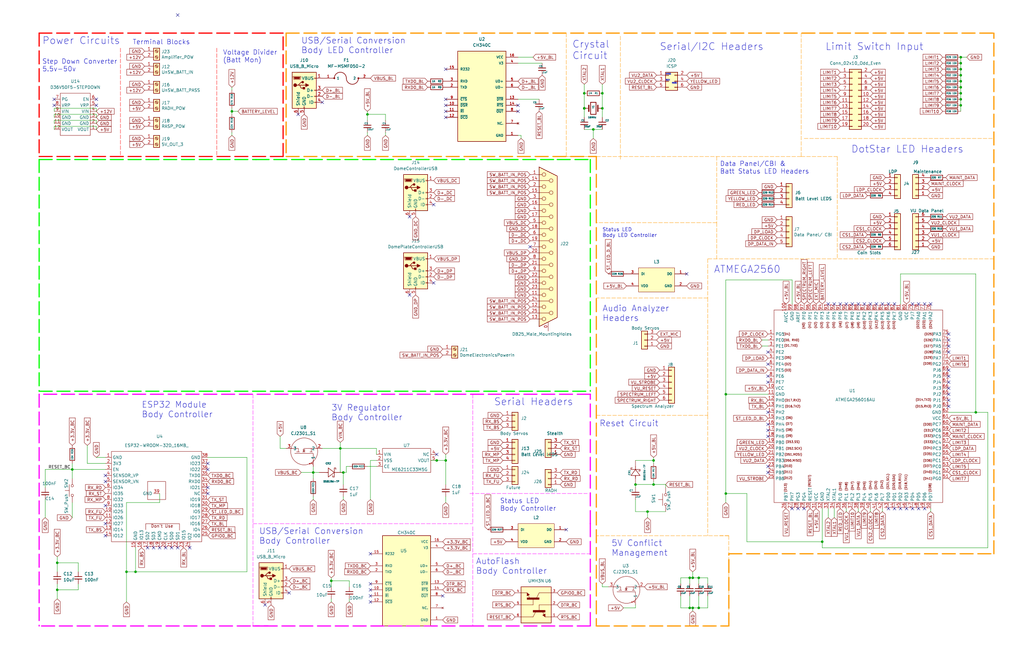
<source format=kicad_sch>
(kicad_sch (version 20211123) (generator eeschema)
  (paper "USLedger")
  (title_block (title "Body Controller") (date "2022-08-25") (rev "1.0") (company "Created by: Greg Hulette") (comment 1 "- ESP-NOW Gateway/Bridge") (comment 2 "- Creates WiFi Network ") (comment 3 "- Controls All Body Servos") (comment 4 "- Controls All Body LEDs"))
  (junction (at 292.1 243.84))
  (junction (at 144.78 199.39))
  (junction (at 143.51 189.23))
  (junction (at 405.13 39.37))
  (junction (at 275.59 194.31))
  (junction (at 250.19 54.61))
  (junction (at 254 45.72))
  (junction (at 24.13 237.49))
  (junction (at 57.15 241.3))
  (junction (at 246.38 39.37))
  (junction (at 294.64 256.54))
  (junction (at 405.13 29.21))
  (junction (at 246.38 45.72))
  (junction (at 30.48 198.12))
  (junction (at 154.94 48.26))
  (junction (at 246.3862 45.7262))
  (junction (at 53.34 241.3))
  (junction (at 275.59 204.47))
  (junction (at 346.71 228.6))
  (junction (at 306.07 166.37))
  (junction (at 405.13 26.67))
  (junction (at 254 39.37))
  (junction (at 405.13 31.75))
  (junction (at 290.83 256.54))
  (junction (at 405.13 36.83))
  (junction (at 273.05 215.9))
  (junction (at 306.07 208.28))
  (junction (at 405.13 41.91))
  (junction (at 292.1 256.54))
  (junction (at 187.96 194.31))
  (junction (at 24.13 248.92))
  (junction (at 184.15 194.31))
  (junction (at 405.13 44.45))
  (junction (at 411.48 173.99))
  (junction (at 405.13 34.29))
  (junction (at 139.7 245.11))
  (junction (at 132.08 199.39))
  (junction (at 405.13 24.13))
  (junction (at 294.64 243.84))
  (junction (at 97.79 46.99))
  (junction (at 290.83 243.84))
  (junction (at 267.97 204.47))
  (no_connect (at 44.45 226.06))
  (no_connect (at 374.65 214.63))
  (no_connect (at 156.21 248.92))
  (no_connect (at 156.21 254))
  (no_connect (at 156.21 246.38))
  (no_connect (at 156.21 251.46))
  (no_connect (at 156.21 233.68))
  (no_connect (at 186.69 251.46))
  (no_connect (at 44.45 220.98))
  (no_connect (at 187.96 49.53))
  (no_connect (at 187.96 41.91))
  (no_connect (at 44.45 203.2))
  (no_connect (at 400.05 171.45))
  (no_connect (at 377.19 214.63))
  (no_connect (at 67.31 231.14))
  (no_connect (at 69.85 231.14))
  (no_connect (at 72.39 231.14))
  (no_connect (at 74.93 231.14))
  (no_connect (at 62.23 231.14))
  (no_connect (at 64.77 231.14))
  (no_connect (at 87.63 208.28))
  (no_connect (at 87.63 205.74))
  (no_connect (at 87.63 198.12))
  (no_connect (at 87.63 195.58))
  (no_connect (at 44.45 213.36))
  (no_connect (at 80.01 231.14))
  (no_connect (at 40.64 44.45))
  (no_connect (at 40.64 41.91))
  (no_connect (at 22.86 41.91))
  (no_connect (at 22.86 44.45))
  (no_connect (at 238.76 223.52))
  (no_connect (at 44.45 200.66))
  (no_connect (at 379.73 214.63))
  (no_connect (at 187.96 46.99))
  (no_connect (at 187.96 44.45))
  (no_connect (at 135.89 43.18))
  (no_connect (at 289.56 115.57))
  (no_connect (at 74.93 6.35))
  (no_connect (at 184.15 191.77))
  (no_connect (at 218.44 44.45))
  (no_connect (at 323.85 179.07))
  (no_connect (at 223.52 104.14))
  (no_connect (at 172.72 91.44))
  (no_connect (at 182.88 86.36))
  (no_connect (at 182.88 119.38))
  (no_connect (at 172.72 124.46))
  (no_connect (at 187.96 29.21))
  (no_connect (at 121.92 250.19))
  (no_connect (at 111.76 255.27))
  (no_connect (at 382.27 214.63))
  (no_connect (at 400.05 168.91))
  (no_connect (at 349.25 128.27))
  (no_connect (at 351.79 128.27))
  (no_connect (at 323.85 199.39))
  (no_connect (at 323.85 196.85))
  (no_connect (at 323.85 161.29))
  (no_connect (at 323.85 158.75))
  (no_connect (at 339.09 214.63))
  (no_connect (at 336.55 214.63))
  (no_connect (at 334.01 214.63))
  (no_connect (at 323.85 184.15))
  (no_connect (at 323.85 181.61))
  (no_connect (at 323.85 173.99))
  (no_connect (at 323.85 153.67))
  (no_connect (at 323.85 148.59))
  (no_connect (at 384.81 214.63))
  (no_connect (at 400.05 148.59))
  (no_connect (at 389.89 214.63))
  (no_connect (at 387.35 214.63))
  (no_connect (at 384.81 128.27))
  (no_connect (at 389.89 128.27))
  (no_connect (at 392.43 128.27))
  (no_connect (at 387.35 128.27))
  (no_connect (at 400.05 140.97))
  (no_connect (at 400.05 143.51))
  (no_connect (at 400.05 146.05))
  (no_connect (at 400.05 156.21))
  (no_connect (at 400.05 158.75))
  (no_connect (at 400.05 161.29))
  (no_connect (at 400.05 163.83))
  (no_connect (at 400.05 166.37))
  (no_connect (at 354.33 128.27))
  (no_connect (at 356.87 128.27))
  (no_connect (at 372.11 128.27))
  (no_connect (at 374.65 128.27))
  (no_connect (at 377.19 128.27))
  (no_connect (at 359.41 128.27))
  (no_connect (at 361.95 128.27))
  (no_connect (at 364.49 128.27))
  (no_connect (at 367.03 128.27))
  (no_connect (at 369.57 128.27))
  (no_connect (at 218.44 46.99))
  (no_connect (at 125.73 48.26))
  (wire (pts (xy 367.03 215.9) (xy 367.03 214.63)))
  (wire (pts (xy 290.83 256.54) (xy 292.1 256.54)))
  (wire (pts (xy 273.05 215.9) (xy 267.97 215.9)))
  (polyline (pts (xy 298.45 125.73) (xy 298.45 175.26)) (stroke (width 0) (color 255 153 0 1)))
  (wire (pts (xy 405.13 31.75) (xy 405.13 34.29)))
  (wire (pts (xy 267.97 194.31) (xy 275.59 194.31)))
  (wire (pts (xy 292.1 256.54) (xy 294.64 256.54)))
  (polyline (pts (xy 50.8 20.32) (xy 50.8 66.04)) (stroke (width 0) (color 255 0 0 1)))
  (wire (pts (xy 411.48 173.99) (xy 416.56 173.99)))
  (wire (pts (xy 351.79 218.44) (xy 351.79 214.63)))
  (wire (pts (xy 154.94 46.99) (xy 154.94 48.26)))
  (wire (pts (xy 405.13 26.67) (xy 405.13 29.21)))
  (wire (pts (xy 154.94 55.88) (xy 154.94 57.15)))
  (polyline (pts (xy 120.65 13.97) (xy 120.65 66.04)) (stroke (width 0.5) (color 255 153 0 1)))
  (wire (pts (xy 187.96 209.55) (xy 187.96 212.09)))
  (wire (pts (xy 181.61 194.31) (xy 184.15 194.31)))
  (wire (pts (xy 24.13 248.92) (xy 24.13 252.73)))
  (wire (pts (xy 246.38 45.72) (xy 246.3862 45.7262)))
  (wire (pts (xy 321.31 143.51) (xy 323.85 143.51)))
  (polyline (pts (xy 16.51 66.04) (xy 119.38 66.04)) (stroke (width 0.5) (color 255 0 0 1)))
  (wire (pts (xy 292.1 243.84) (xy 294.64 243.84)))
  (polyline (pts (xy 419.1 233.68) (xy 419.1 13.97)) (stroke (width 0.5) (color 255 153 0 1)))
  (polyline (pts (xy 248.92 264.16) (xy 199.39 264.16)) (stroke (width 0.5) (color 255 0 255 1)))
  (wire (pts (xy 158.75 189.23) (xy 158.75 191.77)))
  (wire (pts (xy 267.97 204.47) (xy 267.97 205.74)))
  (wire (pts (xy 184.15 194.31) (xy 187.96 194.31)))
  (polyline (pts (xy 248.92 166.37) (xy 16.51 166.37)) (stroke (width 0.5) (color 255 0 255 1)))
  (wire (pts (xy 118.11 189.23) (xy 120.65 189.23)))
  (wire (pts (xy 135.89 189.23) (xy 143.51 189.23)))
  (wire (pts (xy 22.86 48.26) (xy 40.64 48.26)))
  (wire (pts (xy 40.64 45.72) (xy 40.64 46.99)))
  (wire (pts (xy 254 39.37) (xy 254 45.72)))
  (polyline (pts (xy 113.03 264.16) (xy 16.51 264.16)) (stroke (width 0.5) (color 255 0 255 1)))
  (wire (pts (xy 19.05 198.12) (xy 30.48 198.12)))
  (wire (pts (xy 19.05 210.82) (xy 19.05 218.44)))
  (wire (pts (xy 416.56 231.14) (xy 346.71 231.14)))
  (wire (pts (xy 246.38 39.37) (xy 246.38 45.72)))
  (wire (pts (xy 146.05 196.85) (xy 147.32 196.85)))
  (wire (pts (xy 154.94 48.26) (xy 154.94 50.8)))
  (polyline (pts (xy 248.92 220.98) (xy 248.92 264.16)) (stroke (width 0.5) (color 255 0 255 1)))
  (wire (pts (xy 219.71 57.15) (xy 219.71 58.42)))
  (wire (pts (xy 53.34 212.09) (xy 53.34 241.3)))
  (wire (pts (xy 33.02 241.3) (xy 33.02 237.49)))
  (polyline (pts (xy 238.76 66.04) (xy 251.46 66.04)) (stroke (width 0) (color 255 153 0 1)))
  (wire (pts (xy 158.75 194.31) (xy 156.21 194.31)))
  (wire (pts (xy 218.44 57.15) (xy 219.71 57.15)))
  (wire (pts (xy 162.56 48.26) (xy 154.94 48.26)))
  (wire (pts (xy 267.97 215.9) (xy 267.97 210.82)))
  (wire (pts (xy 218.44 24.13) (xy 224.79 24.13)))
  (wire (pts (xy 262.89 256.54) (xy 267.97 256.54)))
  (polyline (pts (xy 106.68 220.98) (xy 199.39 220.98)) (stroke (width 0) (color 255 0 255 1)))
  (wire (pts (xy 356.87 215.9) (xy 356.87 214.63)))
  (wire (pts (xy 143.51 199.39) (xy 144.78 199.39)))
  (wire (pts (xy 405.13 24.13) (xy 407.67 24.13)))
  (wire (pts (xy 306.07 118.11) (xy 306.07 166.37)))
  (polyline (pts (xy 199.39 166.37) (xy 199.39 220.98)) (stroke (width 0) (color 255 0 255 1)))
  (wire (pts (xy 379.73 128.27) (xy 379.73 115.57)))
  (polyline (pts (xy 302.26 66.04) (xy 302.26 93.98)) (stroke (width 0) (color 255 153 0 1)))
  (polyline (pts (xy 337.82 66.04) (xy 353.06 66.04)) (stroke (width 0) (color 255 153 0 1)))
  (wire (pts (xy 346.71 231.14) (xy 346.71 228.6)))
  (wire (pts (xy 22.86 49.53) (xy 22.86 48.26)))
  (wire (pts (xy 143.51 189.23) (xy 143.51 199.39)))
  (polyline (pts (xy 251.46 264.16) (xy 307.34 264.16)) (stroke (width 0.5) (type dash) (color 255 153 0 1)))
  (wire (pts (xy 22.86 54.61) (xy 22.86 53.34)))
  (polyline (pts (xy 307.34 226.06) (xy 303.53 226.06)) (stroke (width 0) (color 255 153 0 1)))
  (polyline (pts (xy 251.46 66.04) (xy 251.46 264.16)) (stroke (width 0.5) (type dash) (color 255 153 0 1)))
  (wire (pts (xy 67.31 212.09) (xy 53.34 212.09)))
  (wire (pts (xy 118.11 184.15) (xy 118.11 189.23)))
  (polyline (pts (xy 234.95 67.31) (xy 248.92 67.31)) (stroke (width 0.5) (color 0 255 0 1)))
  (polyline (pts (xy 107.95 67.31) (xy 234.95 67.31)) (stroke (width 0.5) (color 0 255 0 1)))
  (wire (pts (xy 22.86 52.07) (xy 22.86 50.8)))
  (wire (pts (xy 147.32 252.73) (xy 147.32 254)))
  (wire (pts (xy 57.15 241.3) (xy 53.34 241.3)))
  (wire (pts (xy 298.45 251.46) (xy 298.45 256.54)))
  (polyline (pts (xy 298.45 109.22) (xy 298.45 125.73)) (stroke (width 0) (color 255 153 0 1)))
  (wire (pts (xy 147.32 247.65) (xy 147.32 245.11)))
  (wire (pts (xy 40.64 48.26) (xy 40.64 49.53)))
  (wire (pts (xy 40.64 53.34) (xy 40.64 54.61)))
  (wire (pts (xy 139.7 245.11) (xy 139.7 247.65)))
  (wire (pts (xy 132.08 199.39) (xy 132.08 201.93)))
  (polyline (pts (xy 298.45 125.73) (xy 251.46 125.73)) (stroke (width 0) (color 255 153 0 1)))
  (wire (pts (xy 321.31 146.05) (xy 323.85 146.05)))
  (wire (pts (xy 24.13 246.38) (xy 24.13 248.92)))
  (wire (pts (xy 97.79 45.72) (xy 97.79 46.99)))
  (wire (pts (xy 411.48 115.57) (xy 411.48 173.99)))
  (wire (pts (xy 144.78 199.39) (xy 146.05 199.39)))
  (polyline (pts (xy 298.45 175.26) (xy 298.45 226.06)) (stroke (width 0) (color 255 153 0 1)))
  (wire (pts (xy 292.1 241.3) (xy 292.1 243.84)))
  (wire (pts (xy 294.64 243.84) (xy 294.64 246.38)))
  (polyline (pts (xy 248.92 67.31) (xy 248.92 165.1)) (stroke (width 0.5) (color 0 255 0 1)))
  (wire (pts (xy 273.05 215.9) (xy 280.67 215.9)))
  (polyline (pts (xy 91.44 20.32) (xy 91.44 66.04)) (stroke (width 0) (color 255 0 0 1)))
  (wire (pts (xy 306.07 208.28) (xy 306.07 212.09)))
  (polyline (pts (xy 120.65 66.04) (xy 251.46 66.04)) (stroke (width 0.5) (color 255 153 0 1)))
  (polyline (pts (xy 307.34 264.16) (xy 307.34 233.68)) (stroke (width 0.5) (color 255 153 0 1)))
  (wire (pts (xy 250.19 54.61) (xy 250.19 58.42)))
  (wire (pts (xy 246.38 45.72) (xy 246.38 49.53)))
  (wire (pts (xy 405.13 41.91) (xy 405.13 44.45)))
  (wire (pts (xy 254 246.38) (xy 254 247.65)))
  (polyline (pts (xy 16.51 67.31) (xy 16.51 165.1)) (stroke (width 0.5) (color 0 255 0 1)))
  (wire (pts (xy 254 247.65) (xy 256.54 247.65)))
  (wire (pts (xy 280.67 205.74) (xy 280.67 204.47)))
  (wire (pts (xy 22.86 53.34) (xy 40.64 53.34)))
  (wire (pts (xy 218.44 26.67) (xy 228.6 26.67)))
  (polyline (pts (xy 353.06 66.04) (xy 353.06 109.22)) (stroke (width 0) (color 255 153 0 1)))
  (wire (pts (xy 162.56 50.8) (xy 162.56 48.26)))
  (polyline (pts (xy 119.38 66.04) (xy 119.38 13.97)) (stroke (width 0.5) (color 255 0 0 1)))
  (wire (pts (xy 287.02 243.84) (xy 290.83 243.84)))
  (wire (pts (xy 254 35.56) (xy 254 39.37)))
  (wire (pts (xy 372.11 215.9) (xy 372.11 214.63)))
  (polyline (pts (xy 307.34 226.06) (xy 307.34 264.16)) (stroke (width 0) (color 255 153 0 1)))
  (wire (pts (xy 290.83 251.46) (xy 290.83 256.54)))
  (wire (pts (xy 306.07 166.37) (xy 306.07 208.28)))
  (wire (pts (xy 22.86 45.72) (xy 40.64 45.72)))
  (polyline (pts (xy 120.65 13.97) (xy 419.1 13.97)) (stroke (width 0.5) (color 255 153 0 1)))
  (polyline (pts (xy 16.51 166.37) (xy 16.51 264.16)) (stroke (width 0.5) (color 255 0 255 1)))
  (wire (pts (xy 290.83 243.84) (xy 290.83 246.38)))
  (wire (pts (xy 294.64 251.46) (xy 294.64 256.54)))
  (wire (pts (xy 22.86 46.99) (xy 22.86 45.72)))
  (wire (pts (xy 146.05 196.85) (xy 146.05 199.39)))
  (wire (pts (xy 246.38 35.56) (xy 246.38 39.37)))
  (polyline (pts (xy 337.82 13.97) (xy 337.82 66.04)) (stroke (width 0) (color 255 153 0 1)))
  (wire (pts (xy 287.02 251.46) (xy 287.02 256.54)))
  (wire (pts (xy 139.7 252.73) (xy 139.7 254)))
  (wire (pts (xy 287.02 243.84) (xy 287.02 246.38)))
  (wire (pts (xy 405.13 24.13) (xy 405.13 26.67)))
  (wire (pts (xy 30.48 212.09) (xy 30.48 218.44)))
  (wire (pts (xy 44.45 193.04) (xy 40.64 193.04)))
  (wire (pts (xy 267.97 255.27) (xy 267.97 256.54)))
  (wire (pts (xy 19.05 205.74) (xy 19.05 198.12)))
  (wire (pts (xy 405.13 44.45) (xy 405.13 46.99)))
  (polyline (pts (xy 339.09 58.42) (xy 419.1 58.42)) (stroke (width 0) (color 255 153 0 1)))
  (wire (pts (xy 306.07 166.37) (xy 323.85 166.37)))
  (wire (pts (xy 33.02 246.38) (xy 33.02 248.92)))
  (wire (pts (xy 97.79 57.15) (xy 97.79 55.88)))
  (wire (pts (xy 275.59 193.04) (xy 275.59 194.31)))
  (wire (pts (xy 36.83 187.96) (xy 36.83 195.58)))
  (wire (pts (xy 132.08 199.39) (xy 134.62 199.39)))
  (wire (pts (xy 405.13 36.83) (xy 405.13 39.37)))
  (wire (pts (xy 24.13 234.95) (xy 24.13 237.49)))
  (wire (pts (xy 379.73 115.57) (xy 411.48 115.57)))
  (wire (pts (xy 104.14 193.04) (xy 104.14 241.3)))
  (polyline (pts (xy 198.12 208.28) (xy 247.65 208.28)) (stroke (width 0) (color 255 0 255 1)))
  (wire (pts (xy 314.96 228.6) (xy 314.96 208.28)))
  (wire (pts (xy 250.19 54.61) (xy 254 54.61)))
  (wire (pts (xy 314.96 208.28) (xy 306.07 208.28)))
  (wire (pts (xy 267.97 204.47) (xy 275.59 204.47)))
  (polyline (pts (xy 419.1 109.22) (xy 298.45 109.22)) (stroke (width 0) (color 255 153 0 1)))
  (polyline (pts (xy 337.82 66.04) (xy 238.76 66.04)) (stroke (width 0) (color 255 153 0 1)))
  (polyline (pts (xy 16.51 166.37) (xy 16.51 166.37)) (stroke (width 0.5) (color 255 0 255 1)))
  (polyline (pts (xy 16.51 165.1) (xy 248.92 165.1)) (stroke (width 0.5) (color 0 255 0 1)))
  (wire (pts (xy 104.14 241.3) (xy 57.15 241.3)))
  (polyline (pts (xy 199.39 222.25) (xy 199.39 264.16)) (stroke (width 0) (color 255 0 255 1)))
  (wire (pts (xy 405.13 34.29) (xy 405.13 36.83)))
  (wire (pts (xy 40.64 50.8) (xy 40.64 52.07)))
  (wire (pts (xy 36.83 195.58) (xy 44.45 195.58)))
  (wire (pts (xy 349.25 218.44) (xy 349.25 214.63)))
  (wire (pts (xy 144.78 199.39) (xy 144.78 204.47)))
  (wire (pts (xy 127 199.39) (xy 132.08 199.39)))
  (polyline (pts (xy 302.26 93.98) (xy 251.46 93.98)) (stroke (width 0) (color 255 153 0 1)))
  (wire (pts (xy 275.59 204.47) (xy 280.67 204.47)))
  (wire (pts (xy 139.7 243.84) (xy 139.7 245.11)))
  (wire (pts (xy 147.32 245.11) (xy 139.7 245.11)))
  (wire (pts (xy 30.48 198.12) (xy 44.45 198.12)))
  (wire (pts (xy 292.1 256.54) (xy 292.1 257.81)))
  (polyline (pts (xy 16.51 13.97) (xy 16.51 66.04)) (stroke (width 0.5) (color 255 0 0 1)))
  (wire (pts (xy 132.08 196.85) (xy 132.08 199.39)))
  (wire (pts (xy 287.02 256.54) (xy 290.83 256.54)))
  (wire (pts (xy 298.45 243.84) (xy 298.45 246.38)))
  (wire (pts (xy 97.79 46.99) (xy 97.79 48.26)))
  (wire (pts (xy 334.01 118.11) (xy 306.07 118.11)))
  (wire (pts (xy 334.01 128.27) (xy 334.01 118.11)))
  (wire (pts (xy 227.33 41.91) (xy 218.44 41.91)))
  (polyline (pts (xy 251.46 175.26) (xy 298.45 175.26)) (stroke (width 0) (color 255 153 0 1)))
  (wire (pts (xy 144.78 209.55) (xy 144.78 210.82)))
  (wire (pts (xy 156.21 194.31) (xy 156.21 210.82)))
  (wire (pts (xy 24.13 237.49) (xy 33.02 237.49)))
  (wire (pts (xy 87.63 193.04) (xy 104.14 193.04)))
  (wire (pts (xy 405.13 29.21) (xy 405.13 31.75)))
  (wire (pts (xy 30.48 195.58) (xy 30.48 198.12)))
  (polyline (pts (xy 261.62 15.24) (xy 261.62 67.31)) (stroke (width 0) (color 255 153 0 1)))
  (wire (pts (xy 22.86 50.8) (xy 40.64 50.8)))
  (wire (pts (xy 275.59 194.31) (xy 275.59 195.58)))
  (wire (pts (xy 187.96 194.31) (xy 187.96 204.47)))
  (wire (pts (xy 162.56 55.88) (xy 162.56 57.15)))
  (wire (pts (xy 24.13 237.49) (xy 24.13 241.3)))
  (wire (pts (xy 392.43 215.9) (xy 392.43 214.63)))
  (wire (pts (xy 154.94 196.85) (xy 158.75 196.85)))
  (wire (pts (xy 416.56 173.99) (xy 416.56 231.14)))
  (wire (pts (xy 275.59 204.47) (xy 275.59 203.2)))
  (polyline (pts (xy 302.26 93.98) (xy 302.26 109.22)) (stroke (width 0) (color 255 153 0 1)))
  (wire (pts (xy 294.64 256.54) (xy 298.45 256.54)))
  (wire (pts (xy 30.48 198.12) (xy 30.48 201.93)))
  (wire (pts (xy 254 45.72) (xy 254 49.53)))
  (wire (pts (xy 400.05 173.99) (xy 411.48 173.99)))
  (wire (pts (xy 143.51 189.23) (xy 158.75 189.23)))
  (wire (pts (xy 143.51 186.69) (xy 143.51 189.23)))
  (wire (pts (xy 246.38 54.61) (xy 250.19 54.61)))
  (wire (pts (xy 132.08 209.55) (xy 132.08 210.82)))
  (wire (pts (xy 33.02 248.92) (xy 24.13 248.92)))
  (polyline (pts (xy 16.51 67.31) (xy 107.95 67.31)) (stroke (width 0.5) (color 0 255 0 1)))
  (wire (pts (xy 57.15 231.14) (xy 57.15 241.3)))
  (wire (pts (xy 405.13 39.37) (xy 405.13 41.91)))
  (polyline (pts (xy 307.34 226.06) (xy 251.46 226.06)) (stroke (width 0) (color 255 153 0 1)))
  (wire (pts (xy 97.79 36.83) (xy 97.79 38.1)))
  (polyline (pts (xy 238.76 13.97) (xy 238.76 66.04)) (stroke (width 0) (color 255 153 0 1)))
  (wire (pts (xy 290.83 243.84) (xy 292.1 243.84)))
  (wire (pts (xy 361.95 215.9) (xy 361.95 214.63)))
  (polyline (pts (xy 307.34 233.68) (xy 419.1 233.68)) (stroke (width 0.5) (color 255 153 0 1)))
  (wire (pts (xy 97.79 46.99) (xy 100.33 46.99)))
  (polyline (pts (xy 119.38 13.97) (xy 16.51 13.97)) (stroke (width 0.5) (color 255 0 0 1)))
  (polyline (pts (xy 106.68 166.37) (xy 106.68 264.16)) (stroke (width 0) (color 255 0 255 1)))
  (wire (pts (xy 294.64 243.84) (xy 298.45 243.84)))
  (polyline (pts (xy 199.39 264.16) (xy 106.68 264.16)) (stroke (width 0.5) (color 255 0 255 1)))
  (polyline (pts (xy 199.39 233.68) (xy 248.92 233.68)) (stroke (width 0) (color 255 0 255 1)))
  (polyline (pts (xy 248.92 220.98) (xy 248.92 166.37)) (stroke (width 0.5) (color 255 0 255 1)))
  (wire (pts (xy 67.31 208.28) (xy 67.31 212.09)))
  (wire (pts (xy 53.34 241.3) (xy 53.34 254)))
  (wire (pts (xy 273.05 215.9) (xy 273.05 218.44)))
  (wire (pts (xy 346.71 228.6) (xy 314.96 228.6)))
  (wire (pts (xy 346.71 214.63) (xy 346.71 228.6)))
  (wire (pts (xy 187.96 191.77) (xy 187.96 194.31)))
  (text "MISO" (at 280.67 31.75 0) (effects (font (size 0.6 0.6)) (justify left bottom)))
  (text "Status LED \nBody Controller" (at 210.82 215.9 0) (effects (font (size 2 2)) (justify left bottom)))
  (text "Limit Switch Input" (at 347.98 21.59 0) (effects (font (size 3 3)) (justify left bottom)))
  (text "ESP32 Module \nBody Controller" (at 59.69 176.53 0) (effects (font (size 2.54 2.54)) (justify left bottom)))
  (text "Serial/I2C Headers" (at 278.13 21.59 0) (effects (font (size 3 3)) (justify left bottom)))
  (text "Voltage Divider \n(Batt Mon)" (at 93.98 26.67 0) (effects (font (size 2 2)) (justify left bottom)))
  (text "3V Regulator\nBody Controller\n" (at 139.7 177.8 0) (effects (font (size 2.54 2.54)) (justify left bottom)))
  (text "Power Circuits" (at 17.78 19.05 0) (effects (font (size 3 3)) (justify left bottom)))
  (text "Step Down Converter\n5.5v-50v" (at 17.78 30.48 0) (effects (font (size 2 2)) (justify left bottom)))
  (text "AutoFlash\nBody Controller" (at 200.66 242.57 0) (effects (font (size 2.54 2.54)) (justify left bottom)))
  (text "Crystal \nCircuit" (at 241.3 25.4 0) (effects (font (size 3 3)) (justify left bottom)))
  (text "Status LED\nBody LED Controller" (at 254 100.33 0) (effects (font (size 1.5 1.5)) (justify left bottom)))
  (text "USB/Serial Conversion \nBody Controller" (at 109.22 229.87 0) (effects (font (size 2.54 2.54)) (justify left bottom)))
  (text "SCK" (at 280.67 34.29 0) (effects (font (size 0.6 0.6)) (justify left bottom)))
  (text "MOSI" (at 283.21 35.56 0) (effects (font (size 0.6 0.6)) (justify left bottom)))
  (text "Reset Circuit" (at 252.73 180.34 0) (effects (font (size 2.54 2.54)) (justify left bottom)))
  (text "Data Panel/CBI & \nBatt Status LED Headers" (at 303.53 73.66 0) (effects (font (size 2 2)) (justify left bottom)))
  (text "ATMEGA2560" (at 300.99 115.57 0) (effects (font (size 3 3)) (justify left bottom)))
  (text "5V Conflict \nManagement" (at 257.81 234.95 0) (effects (font (size 2.54 2.54)) (justify left bottom)))
  (text "DotStar LED Headers" (at 358.8787 64.8521 0) (effects (font (size 3 3)) (justify left bottom)))
  (text "Audio Analyzer\nHeaders" (at 254 135.89 0) (effects (font (size 2.54 2.54)) (justify left bottom)))
  (text "USB/Serial Conversion \nBody LED Controller" (at 127 22.86 0) (effects (font (size 2.54 2.54)) (justify left bottom)))
  (text "Serial Headers" (at 208.28 171.45 0) (effects (font (size 3 3)) (justify left bottom)))
  (text "Terminal Blocks" (at 55.88 19.05 0) (effects (font (size 2 2)) (justify left bottom)))
  (label "RESET_BC" (at 20.32 198.12 0))
  (global_label "RX_MP" (shape input) (at 44.45 210.82 180) (property "Intersheet References" "${INTERSHEET_REFS}" (effects hide)))
  (global_label "+5V" (shape input) (at 327.66 95.25 180) (property "Intersheet References" "${INTERSHEET_REFS}" (effects hide)))
  (global_label "GND" (shape input) (at 223.52 83.82 180) (property "Intersheet References" "${INTERSHEET_REFS}" (effects hide)))
  (global_label "+3.3V_BC" (shape input) (at 139.7 243.84 90) (property "Intersheet References" "${INTERSHEET_REFS}" (effects hide)))
  (global_label "D+_BL" (shape input) (at 135.89 38.1 0) (property "Intersheet References" "${INTERSHEET_REFS}" (effects hide)))
  (global_label "LIMIT4" (shape input) (at 397.51 31.75 180) (property "Intersheet References" "${INTERSHEET_REFS}" (effects hide)))
  (global_label "GND" (shape input) (at 223.52 86.36 180) (property "Intersheet References" "${INTERSHEET_REFS}" (effects hide)))
  (global_label "TX_BS" (shape input) (at 44.45 223.52 180) (property "Intersheet References" "${INTERSHEET_REFS}" (effects hide)))
  (global_label "LIMIT4" (shape input) (at 354.33 38.1 180) (property "Intersheet References" "${INTERSHEET_REFS}" (effects hide)))
  (global_label "VU1_DATA" (shape input) (at 361.95 215.9 270) (property "Intersheet References" "${INTERSHEET_REFS}" (effects hide)))
  (global_label "VU1_CLOCK" (shape input) (at 356.87 215.9 270) (property "Intersheet References" "${INTERSHEET_REFS}" (effects hide)))
  (global_label "RX_MP" (shape input) (at 212.09 191.77 180) (property "Intersheet References" "${INTERSHEET_REFS}" (effects hide)))
  (global_label "ST_LED_D_BL" (shape input) (at 323.85 176.53 180) (property "Intersheet References" "${INTERSHEET_REFS}" (effects hide)))
  (global_label "+5V" (shape input) (at 212.09 189.23 180) (property "Intersheet References" "${INTERSHEET_REFS}" (effects hide)))
  (global_label "TX_RD" (shape input) (at 236.22 199.39 0) (property "Intersheet References" "${INTERSHEET_REFS}" (effects hide)))
  (global_label "+5V" (shape input) (at 276.86 143.51 0) (property "Intersheet References" "${INTERSHEET_REFS}" (effects hide)))
  (global_label "BATTERY_LEVEL" (shape input) (at 100.33 46.99 0) (property "Intersheet References" "${INTERSHEET_REFS}" (effects hide)))
  (global_label "LIMIT1" (shape input) (at 354.33 30.48 180) (property "Intersheet References" "${INTERSHEET_REFS}" (effects hide)))
  (global_label "GND" (shape input) (at 147.32 254 270) (property "Intersheet References" "${INTERSHEET_REFS}" (effects hide)))
  (global_label "GND_DC" (shape input) (at 223.52 96.52 180) (property "Intersheet References" "${INTERSHEET_REFS}" (effects hide)))
  (global_label "GND" (shape input) (at 219.71 58.42 270) (property "Intersheet References" "${INTERSHEET_REFS}" (effects hide)))
  (global_label "GND" (shape input) (at 144.78 210.82 270) (property "Intersheet References" "${INTERSHEET_REFS}" (effects hide)))
  (global_label "GND" (shape input) (at 186.69 261.62 0) (property "Intersheet References" "${INTERSHEET_REFS}" (effects hide)))
  (global_label "CS2_DATA" (shape input) (at 365.76 104.14 180) (property "Intersheet References" "${INTERSHEET_REFS}" (effects hide)))
  (global_label "VU_RESET" (shape input) (at 278.13 163.83 180) (property "Intersheet References" "${INTERSHEET_REFS}" (effects hide)))
  (global_label "+5V" (shape input) (at 60.96 60.96 180) (property "Intersheet References" "${INTERSHEET_REFS}" (effects hide)))
  (global_label "LIMIT7" (shape input) (at 400.05 201.93 0) (property "Intersheet References" "${INTERSHEET_REFS}" (effects hide)))
  (global_label "GND" (shape input) (at 223.52 91.44 180) (property "Intersheet References" "${INTERSHEET_REFS}" (effects hide)))
  (global_label "GND" (shape input) (at 162.56 57.15 270) (property "Intersheet References" "${INTERSHEET_REFS}" (effects hide)))
  (global_label "CS2_CLOCK" (shape input) (at 367.03 215.9 270) (property "Intersheet References" "${INTERSHEET_REFS}" (effects hide)))
  (global_label "XTAL1" (shape input) (at 351.79 218.44 270) (property "Intersheet References" "${INTERSHEET_REFS}" (effects hide)))
  (global_label "+5V" (shape input) (at 289.56 31.75 0) (property "Intersheet References" "${INTERSHEET_REFS}" (effects hide)))
  (global_label "GREEN_LED" (shape input) (at 323.85 186.69 180) (property "Intersheet References" "${INTERSHEET_REFS}" (effects hide)))
  (global_label "DTR_BC" (shape input) (at 217.17 250.19 180) (property "Intersheet References" "${INTERSHEET_REFS}" (effects hide)))
  (global_label "LIMIT3" (shape input) (at 400.05 186.69 0) (property "Intersheet References" "${INTERSHEET_REFS}" (effects hide)))
  (global_label "TX_ST" (shape input) (at 236.22 186.69 0) (property "Intersheet References" "${INTERSHEET_REFS}" (effects hide)))
  (global_label "RX_FU" (shape input) (at 44.45 215.9 180) (property "Intersheet References" "${INTERSHEET_REFS}" (effects hide)))
  (global_label "RESET_BL" (shape input) (at 341.63 214.63 270) (property "Intersheet References" "${INTERSHEET_REFS}" (effects hide)))
  (global_label "D+_DC" (shape input) (at 223.52 101.6 180) (property "Intersheet References" "${INTERSHEET_REFS}" (effects hide)))
  (global_label "D-_DC" (shape input) (at 223.52 99.06 180) (property "Intersheet References" "${INTERSHEET_REFS}" (effects hide)))
  (global_label "GND_DC" (shape input) (at 175.26 91.44 270) (property "Intersheet References" "${INTERSHEET_REFS}" (effects hide)))
  (global_label "VBUS_DP" (shape input) (at 223.52 106.68 180) (property "Intersheet References" "${INTERSHEET_REFS}" (effects hide)))
  (global_label "RESET_BL" (shape input) (at 87.63 223.52 0) (property "Intersheet References" "${INTERSHEET_REFS}" (effects hide)))
  (global_label "GND" (shape input) (at 327.66 92.71 180) (property "Intersheet References" "${INTERSHEET_REFS}" (effects hide)))
  (global_label "+3.3V_BC" (shape input) (at 186.69 228.6 0) (property "Intersheet References" "${INTERSHEET_REFS}" (effects hide)))
  (global_label "+5V" (shape input) (at 367.03 40.64 0) (property "Intersheet References" "${INTERSHEET_REFS}" (effects hide)))
  (global_label "GREEN_LED" (shape input) (at 320.04 81.28 180) (property "Intersheet References" "${INTERSHEET_REFS}" (effects hide)))
  (global_label "TX_FU" (shape input) (at 44.45 218.44 180) (property "Intersheet References" "${INTERSHEET_REFS}" (effects hide)))
  (global_label "GND" (shape input) (at 40.64 193.04 90) (property "Intersheet References" "${INTERSHEET_REFS}" (effects hide)))
  (global_label "RESET_BL" (shape input) (at 280.67 204.47 0) (property "Intersheet References" "${INTERSHEET_REFS}" (effects hide)))
  (global_label "+5V" (shape input) (at 60.96 45.72 180) (property "Intersheet References" "${INTERSHEET_REFS}" (effects hide)))
  (global_label "LIMIT10" (shape input) (at 359.41 214.63 270) (property "Intersheet References" "${INTERSHEET_REFS}" (effects hide)))
  (global_label "+5V" (shape input) (at 367.03 45.72 0) (property "Intersheet References" "${INTERSHEET_REFS}" (effects hide)))
  (global_label "MAINT_CLOCK" (shape input) (at 391.16 77.47 0) (property "Intersheet References" "${INTERSHEET_REFS}" (effects hide)))
  (global_label "LIMIT8" (shape input) (at 354.33 48.26 180) (property "Intersheet References" "${INTERSHEET_REFS}" (effects hide)))
  (global_label "+5V" (shape input) (at 60.96 53.34 180) (property "Intersheet References" "${INTERSHEET_REFS}" (effects hide)))
  (global_label "LIMIT5" (shape input) (at 400.05 196.85 0) (property "Intersheet References" "${INTERSHEET_REFS}" (effects hide)))
  (global_label "LIMIT10" (shape input) (at 397.51 46.99 180) (property "Intersheet References" "${INTERSHEET_REFS}" (effects hide)))
  (global_label "RTS_BC" (shape input) (at 217.17 255.27 180) (property "Intersheet References" "${INTERSHEET_REFS}" (effects hide)))
  (global_label "SPECTRUM_RIGHT" (shape input) (at 339.09 128.27 90) (property "Intersheet References" "${INTERSHEET_REFS}" (effects hide)))
  (global_label "GND" (shape input) (at 132.08 210.82 270) (property "Intersheet References" "${INTERSHEET_REFS}" (effects hide)))
  (global_label "GND" (shape input) (at 187.96 212.09 270) (property "Intersheet References" "${INTERSHEET_REFS}" (effects hide)))
  (global_label "VU2_DATA" (shape input) (at 398.78 91.44 0) (property "Intersheet References" "${INTERSHEET_REFS}" (effects hide)))
  (global_label "+5V_BL" (shape input) (at 292.1 241.3 90) (property "Intersheet References" "${INTERSHEET_REFS}" (effects hide)))
  (global_label "LIMIT7" (shape input) (at 354.33 45.72 180) (property "Intersheet References" "${INTERSHEET_REFS}" (effects hide)))
  (global_label "VU2_CLOCK" (shape input) (at 276.86 34.29 180) (property "Intersheet References" "${INTERSHEET_REFS}" (effects hide)))
  (global_label "GND" (shape input) (at 60.96 35.56 180) (property "Intersheet References" "${INTERSHEET_REFS}" (effects hide)))
  (global_label "CS2_DATA" (shape input) (at 372.11 215.9 270) (property "Intersheet References" "${INTERSHEET_REFS}" (effects hide)))
  (global_label "GND" (shape input) (at 228.6 31.75 270) (property "Intersheet References" "${INTERSHEET_REFS}" (effects hide)))
  (global_label "VBUS_BL" (shape input) (at 156.21 33.02 0) (property "Intersheet References" "${INTERSHEET_REFS}" (effects hide)))
  (global_label "VBUS_BL" (shape input) (at 254 246.38 90) (property "Intersheet References" "${INTERSHEET_REFS}" (effects hide)))
  (global_label "TX_RD" (shape input) (at 87.63 218.44 0) (property "Intersheet References" "${INTERSHEET_REFS}" (effects hide)))
  (global_label "GND_DP" (shape input) (at 175.26 124.46 270) (property "Intersheet References" "${INTERSHEET_REFS}" (effects hide)))
  (global_label "RXD0_BC" (shape input) (at 156.21 241.3 180) (property "Intersheet References" "${INTERSHEET_REFS}" (effects hide)))
  (global_label "+5V" (shape input) (at 118.11 184.15 90) (property "Intersheet References" "${INTERSHEET_REFS}" (effects hide)))
  (global_label "YELLOW_LED" (shape input) (at 323.85 191.77 180) (property "Intersheet References" "${INTERSHEET_REFS}" (effects hide)))
  (global_label "DTR_BC" (shape input) (at 186.69 246.38 0) (property "Intersheet References" "${INTERSHEET_REFS}" (effects hide)))
  (global_label "D-_BL" (shape input) (at 135.89 40.64 0) (property "Intersheet References" "${INTERSHEET_REFS}" (effects hide)))
  (global_label "VIN_BC" (shape input) (at 143.51 186.69 90) (property "Intersheet References" "${INTERSHEET_REFS}" (effects hide)))
  (global_label "VBUS_BC" (shape input) (at 127 199.39 180) (property "Intersheet References" "${INTERSHEET_REFS}" (effects hide)))
  (global_label "TX_MP" (shape input) (at 87.63 213.36 0) (property "Intersheet References" "${INTERSHEET_REFS}" (effects hide)))
  (global_label "MAINT_DATA" (shape input) (at 400.05 179.07 0) (property "Intersheet References" "${INTERSHEET_REFS}" (effects hide)))
  (global_label "LIMIT5" (shape input) (at 397.51 34.29 180) (property "Intersheet References" "${INTERSHEET_REFS}" (effects hide)))
  (global_label "LIMIT9" (shape input) (at 354.33 50.8 180) (property "Intersheet References" "${INTERSHEET_REFS}" (effects hide)))
  (global_label "LIMIT10" (shape input) (at 354.33 53.34 180) (property "Intersheet References" "${INTERSHEET_REFS}" (effects hide)))
  (global_label "YELLOW_LED" (shape input) (at 289.56 34.29 0) (property "Intersheet References" "${INTERSHEET_REFS}" (effects hide)))
  (global_label "GND" (shape input) (at 236.22 191.77 0) (property "Intersheet References" "${INTERSHEET_REFS}" (effects hide)))
  (global_label "LIMIT7" (shape input) (at 397.51 39.37 180) (property "Intersheet References" "${INTERSHEET_REFS}" (effects hide)))
  (global_label "RX_ST" (shape input) (at 44.45 208.28 180) (property "Intersheet References" "${INTERSHEET_REFS}" (effects hide)))
  (global_label "+5V" (shape input) (at 278.13 158.75 180) (property "Intersheet References" "${INTERSHEET_REFS}" (effects hide)))
  (global_label "GND" (shape input) (at 327.66 78.74 180) (property "Intersheet References" "${INTERSHEET_REFS}" (effects hide)))
  (global_label "LDP_DATA" (shape input) (at 400.05 189.23 0) (property "Intersheet References" "${INTERSHEET_REFS}" (effects hide)))
  (global_label "GND" (shape input) (at 238.76 228.6 0) (property "Intersheet References" "${INTERSHEET_REFS}" (effects hide)))
  (global_label "SW_BATT_IN_POS" (shape input) (at 223.52 127 180) (property "Intersheet References" "${INTERSHEET_REFS}" (effects hide)))
  (global_label "MAINT_CLOCK" (shape input) (at 400.05 184.15 0) (property "Intersheet References" "${INTERSHEET_REFS}" (effects hide)))
  (global_label "+5V" (shape input) (at 367.03 35.56 0) (property "Intersheet References" "${INTERSHEET_REFS}" (effects hide)))
  (global_label "GND" (shape input) (at 276.86 146.05 0) (property "Intersheet References" "${INTERSHEET_REFS}" (effects hide)))
  (global_label "GND" (shape input) (at 223.52 116.84 180) (property "Intersheet References" "${INTERSHEET_REFS}" (effects hide)))
  (global_label "D-_BC" (shape input) (at 121.92 247.65 0) (property "Intersheet References" "${INTERSHEET_REFS}" (effects hide)))
  (global_label "+5V_BL" (shape input) (at 154.94 46.99 90) (property "Intersheet References" "${INTERSHEET_REFS}" (effects hide)))
  (global_label "+5V_BL" (shape input) (at 323.85 163.83 180) (property "Intersheet References" "${INTERSHEET_REFS}" (effects hide)))
  (global_label "RESET_BL" (shape input) (at 276.86 36.83 180) (property "Intersheet References" "${INTERSHEET_REFS}" (effects hide)))
  (global_label "+12V" (shape input) (at 60.96 24.13 180) (property "Intersheet References" "${INTERSHEET_REFS}" (effects hide)))
  (global_label "+3.3V_BC" (shape input) (at 24.13 234.95 90) (property "Intersheet References" "${INTERSHEET_REFS}" (effects hide)))
  (global_label "DP_DATA_IN" (shape input) (at 323.85 156.21 180) (property "Intersheet References" "${INTERSHEET_REFS}" (effects hide)))
  (global_label "DP_CLOCK" (shape input) (at 327.66 100.33 180) (property "Intersheet References" "${INTERSHEET_REFS}" (effects hide)))
  (global_label "GND" (shape input) (at 186.69 147.32 180) (property "Intersheet References" "${INTERSHEET_REFS}" (effects hide)))
  (global_label "LDP_CLOCK" (shape input) (at 373.38 80.01 180) (property "Intersheet References" "${INTERSHEET_REFS}" (effects hide)))
  (global_label "LIMIT3" (shape input) (at 397.51 29.21 180) (property "Intersheet References" "${INTERSHEET_REFS}" (effects hide)))
  (global_label "+5V" (shape input) (at 367.03 53.34 0) (property "Intersheet References" "${INTERSHEET_REFS}" (effects hide)))
  (global_label "LIMIT4" (shape input) (at 400.05 191.77 0) (property "Intersheet References" "${INTERSHEET_REFS}" (effects hide)))
  (global_label "ST_LED_D_BC" (shape input) (at 87.63 215.9 0) (property "Intersheet References" "${INTERSHEET_REFS}" (effects hide)))
  (global_label "+12V" (shape input) (at 97.79 36.83 90) (property "Intersheet References" "${INTERSHEET_REFS}" (effects hide)))
  (global_label "CS1_DATA" (shape input) (at 365.76 99.06 180) (property "Intersheet References" "${INTERSHEET_REFS}" (effects hide)))
  (global_label "GND" (shape input) (at 154.94 57.15 270) (property "Intersheet References" "${INTERSHEET_REFS}" (effects hide)))
  (global_label "GND" (shape input) (at 60.96 50.8 180) (property "Intersheet References" "${INTERSHEET_REFS}" (effects hide)))
  (global_label "EXT_MIC" (shape input) (at 344.17 128.27 90) (property "Intersheet References" "${INTERSHEET_REFS}" (effects hide)))
  (global_label "RXD0_BC" (shape input) (at 87.63 203.2 0) (property "Intersheet References" "${INTERSHEET_REFS}" (effects hide)))
  (global_label "SW_BATT_IN_POS" (shape input) (at 223.52 129.54 180) (property "Intersheet References" "${INTERSHEET_REFS}" (effects hide)))
  (global_label "TX_BS" (shape input) (at 212.09 180.34 180) (property "Intersheet References" "${INTERSHEET_REFS}" (effects hide)))
  (global_label "VU2_CLOCK" (shape input) (at 391.16 93.98 0) (property "Intersheet References" "${INTERSHEET_REFS}" (effects hide)))
  (global_label "SW_BATT_IN_POS" (shape input) (at 223.52 76.2 180) (property "Intersheet References" "${INTERSHEET_REFS}" (effects hide)))
  (global_label "SW_BATT_IN_POS" (shape input) (at 223.52 134.62 180) (property "Intersheet References" "${INTERSHEET_REFS}" (effects hide)))
  (global_label "GND" (shape input) (at 289.56 120.65 0) (property "Intersheet References" "${INTERSHEET_REFS}" (effects hide)))
  (global_label "LIMIT9" (shape input) (at 397.51 44.45 180) (property "Intersheet References" "${INTERSHEET_REFS}" (effects hide)))
  (global_label "D+_DP" (shape input) (at 182.88 114.3 0) (property "Intersheet References" "${INTERSHEET_REFS}" (effects hide)))
  (global_label "GND" (shape input) (at 40.64 49.53 0) (property "Intersheet References" "${INTERSHEET_REFS}" (effects hide)))
  (global_label "GND" (shape input) (at 407.67 24.13 0) (property "Intersheet References" "${INTERSHEET_REFS}" (effects hide)))
  (global_label "D+_DC" (shape input) (at 182.88 81.28 0) (property "Intersheet References" "${INTERSHEET_REFS}" (effects hide)))
  (global_label "DP_LOAD" (shape input) (at 323.85 151.13 180) (property "Intersheet References" "${INTERSHEET_REFS}" (effects hide)))
  (global_label "+5V_BL" (shape input) (at 264.16 120.65 180) (property "Intersheet References" "${INTERSHEET_REFS}" (effects hide)))
  (global_label "+5V_BL" (shape input) (at 224.79 24.13 0) (property "Intersheet References" "${INTERSHEET_REFS}" (effects hide)))
  (global_label "RX_BS" (shape input) (at 59.69 231.14 270) (property "Intersheet References" "${INTERSHEET_REFS}" (effects hide)))
  (global_label "RTS_BC" (shape input) (at 186.69 248.92 0) (property "Intersheet References" "${INTERSHEET_REFS}" (effects hide)))
  (global_label "RXD0_BL" (shape input) (at 180.34 36.83 180) (property "Intersheet References" "${INTERSHEET_REFS}" (effects hide)))
  (global_label "+5V" (shape input) (at 367.03 30.48 0) (property "Intersheet References" "${INTERSHEET_REFS}" (effects hide)))
  (global_label "GND" (shape input) (at 60.96 43.18 180) (property "Intersheet References" "${INTERSHEET_REFS}" (effects hide)))
  (global_label "RED_LED" (shape input) (at 354.33 214.63 270) (property "Intersheet References" "${INTERSHEET_REFS}" (effects hide)))
  (global_label "LIMIT8" (shape input) (at 397.51 41.91 180) (property "Intersheet References" "${INTERSHEET_REFS}" (effects hide)))
  (global_label "GND" (shape input) (at 40.64 52.07 0) (property "Intersheet References" "${INTERSHEET_REFS}" (effects hide)))
  (global_label "+5V" (shape input) (at 391.16 101.6 0) (property "Intersheet References" "${INTERSHEET_REFS}" (effects hide)))
  (global_label "GND" (shape input) (at 114.3 255.27 270) (property "Intersheet References" "${INTERSHEET_REFS}" (effects hide)))
  (global_label "GND" (shape input) (at 24.13 252.73 270) (property "Intersheet References" "${INTERSHEET_REFS}" (effects hide)))
  (global_label "BATTERY_LEVEL" (shape input) (at 346.71 128.27 90) (property "Intersheet References" "${INTERSHEET_REFS}" (effects hide)))
  (global_label "D+_DP" (shape input) (at 223.52 114.3 180) (property "Intersheet References" "${INTERSHEET_REFS}" (effects hide)))
  (global_label "CS2_CLOCK" (shape input) (at 373.38 101.6 180) (property "Intersheet References" "${INTERSHEET_REFS}" (effects hide)))
  (global_label "SW_BATT_IN_POS" (shape input) (at 223.52 81.28 180) (property "Intersheet References" "${INTERSHEET_REFS}" (effects hide)))
  (global_label "RX_FU" (shape input) (at 212.09 200.66 180) (property "Intersheet References" "${INTERSHEET_REFS}" (effects hide)))
  (global_label "GND" (shape input) (at 60.96 21.59 180) (property "Intersheet References" "${INTERSHEET_REFS}" (effects hide)))
  (global_label "+5V_BL" (shape input) (at 382.27 128.27 90) (property "Intersheet References" "${INTERSHEET_REFS}" (effects hide)))
  (global_label "GND" (shape input) (at 19.05 218.44 270) (property "Intersheet References" "${INTERSHEET_REFS}" (effects hide)))
  (global_label "XTAL2" (shape input) (at 246.38 35.56 90) (property "Intersheet References" "${INTERSHEET_REFS}" (effects hide)))
  (global_label "XTAL2" (shape input) (at 349.25 218.44 270) (property "Intersheet References" "${INTERSHEET_REFS}" (effects hide)))
  (global_label "RX_BL" (shape input) (at 323.85 168.91 180) (property "Intersheet References" "${INTERSHEET_REFS}" (effects hide)))
  (global_label "SPECTRUM_LEFT" (shape input) (at 278.13 166.37 180) (property "Intersheet References" "${INTERSHEET_REFS}" (effects hide)))
  (global_label "D+_BL" (shape input) (at 218.44 34.29 0) (property "Intersheet References" "${INTERSHEET_REFS}" (effects hide)))
  (global_label "D+_BC" (shape input) (at 186.69 238.76 0) (property "Intersheet References" "${INTERSHEET_REFS}" (effects hide)))
  (global_label "GND" (shape input) (at 278.13 156.21 180) (property "Intersheet References" "${INTERSHEET_REFS}" (effects hide)))
  (global_label "LIMIT2" (shape input) (at 397.51 26.67 180) (property "Intersheet References" "${INTERSHEET_REFS}" (effects hide)))
  (global_label "+5V_BL" (shape input) (at 331.47 128.27 90) (property "Intersheet References" "${INTERSHEET_REFS}" (effects hide)))
  (global_label "DP_CLOCK" (shape input) (at 323.85 140.97 180) (property "Intersheet References" "${INTERSHEET_REFS}" (effects hide)))
  (global_label "TXD0_BL" (shape input) (at 180.34 34.29 180) (property "Intersheet References" "${INTERSHEET_REFS}" (effects hide)))
  (global_label "DP_DATA_IN" (shape input) (at 327.66 102.87 180) (property "Intersheet References" "${INTERSHEET_REFS}" (effects hide)))
  (global_label "+5V" (shape input) (at 367.03 33.02 0) (property "Intersheet References" "${INTERSHEET_REFS}" (effects hide)))
  (global_label "LIMIT5" (shape input) (at 354.33 40.64 180) (property "Intersheet References" "${INTERSHEET_REFS}" (effects hide)))
  (global_label "LIMIT2" (shape input) (at 354.33 33.02 180) (property "Intersheet References" "${INTERSHEET_REFS}" (effects hide)))
  (global_label "LDP_CLOCK" (shape input) (at 400.05 194.31 0) (property "Intersheet References" "${INTERSHEET_REFS}" (effects hide)))
  (global_label "CS1_CLOCK" (shape input) (at 373.38 96.52 180) (property "Intersheet References" "${INTERSHEET_REFS}" (effects hide)))
  (global_label "GPIO0_BC" (shape input) (at 87.63 226.06 0) (property "Intersheet References" "${INTERSHEET_REFS}" (effects hide)))
  (global_label "TX_ST" (shape input) (at 87.63 210.82 0) (property "Intersheet References" "${INTERSHEET_REFS}" (effects hide)))
  (global_label "GND" (shape input) (at 273.05 218.44 270) (property "Intersheet References" "${INTERSHEET_REFS}" (effects hide)))
  (global_label "LIMIT6" (shape input) (at 397.51 36.83 180) (property "Intersheet References" "${INTERSHEET_REFS}" (effects hide)))
  (global_label "ST_LED_D_BL" (shape input) (at 256.54 115.57 90) (property "Intersheet References" "${INTERSHEET_REFS}" (effects hide)))
  (global_label "VU_STROBE" (shape input) (at 323.85 201.93 180) (property "Intersheet References" "${INTERSHEET_REFS}" (effects hide)))
  (global_label "LDP_DATA" (shape input) (at 365.76 82.55 180) (property "Intersheet References" "${INTERSHEET_REFS}" (effects hide)))
  (global_label "RX_RD" (shape input) (at 236.22 201.93 0) (property "Intersheet References" "${INTERSHEET_REFS}" (effects hide)))
  (global_label "VU1_DATA" (shape input) (at 398.78 96.52 0) (property "Intersheet References" "${INTERSHEET_REFS}" (effects hide)))
  (global_label "GND" (shape input) (at 289.56 36.83 0) (property "Intersheet References" "${INTERSHEET_REFS}" (effects hide)))
  (global_label "VU2_DATA" (shape input) (at 276.86 31.75 180) (property "Intersheet References" "${INTERSHEET_REFS}" (effects hide)))
  (global_label "RXD0_BL" (shape input) (at 321.31 143.51 180) (property "Intersheet References" "${INTERSHEET_REFS}" (effects hide)))
  (global_label "+5V_BL" (shape input) (at 400.05 176.53 0) (property "Intersheet References" "${INTERSHEET_REFS}" (effects hide)))
  (global_label "GND" (shape input) (at 373.38 74.93 180) (property "Intersheet References" "${INTERSHEET_REFS}" (effects hide)))
  (global_label "EXT_MIC" (shape input) (at 276.86 140.97 0) (property "Intersheet References" "${INTERSHEET_REFS}" (effects hide)))
  (global_label "SW_BATT_IN_POS" (shape input) (at 223.52 132.08 180) (property "Intersheet References" "${INTERSHEET_REFS}" (effects hide)))
  (global_label "VBUS_BC" (shape input) (at 121.92 240.03 0) (property "Intersheet References" "${INTERSHEET_REFS}" (effects hide)))
  (global_label "D-_DP" (shape input) (at 182.88 116.84 0) (property "Intersheet References" "${INTERSHEET_REFS}" (effects hide)))
  (global_label "TX_FU" (shape input) (at 212.09 203.2 180) (property "Intersheet References" "${INTERSHEET_REFS}" (effects hide)))
  (global_label "+5V" (shape input) (at 373.38 77.47 180) (property "Intersheet References" "${INTERSHEET_REFS}" (effects hide)))
  (global_label "VU_STROBE" (shape input) (at 278.13 161.29 180) (property "Intersheet References" "${INTERSHEET_REFS}" (effects hide)))
  (global_label "TXD0_BC" (shape input) (at 87.63 200.66 0) (property "Intersheet References" "${INTERSHEET_REFS}" (effects hide)))
  (global_label "GND" (shape input) (at 128.27 48.26 270) (property "Intersheet References" "${INTERSHEET_REFS}" (effects hide)))
  (global_label "GND" (shape input) (at 223.52 88.9 180) (property "Intersheet References" "${INTERSHEET_REFS}" (effects hide)))
  (global_label "RX_ST" (shape input) (at 236.22 189.23 0) (property "Intersheet References" "${INTERSHEET_REFS}" (effects hide)))
  (global_label "+5V" (shape input) (at 213.36 228.6 180) (property "Intersheet References" "${INTERSHEET_REFS}" (effects hide)))
  (global_label "GND" (shape input) (at 223.52 119.38 180) (property "Intersheet References" "${INTERSHEET_REFS}" (effects hide)))
  (global_label "GND" (shape input) (at 223.52 124.46 180) (property "Intersheet References" "${INTERSHEET_REFS}" (effects hide)))
  (global_label "D+_BC" (shape input) (at 121.92 245.11 0) (property "Intersheet References" "${INTERSHEET_REFS}" (effects hide)))
  (global_label "GND" (shape input) (at 212.09 175.26 180) (property "Intersheet References" "${INTERSHEET_REFS}" (effects hide)))
  (global_label "GND" (shape input) (at 30.48 218.44 180) (property "Intersheet References" "${INTERSHEET_REFS}" (effects hide)))
  (global_label "DTR_BC" (shape input) (at 234.95 255.27 0) (property "Intersheet References" "${INTERSHEET_REFS}" (effects hide)))
  (global_label "GND" (shape input) (at 60.96 58.42 180) (property "Intersheet References" "${INTERSHEET_REFS}" (effects hide)))
  (global_label "GND" (shape input) (at 250.19 58.42 270) (property "Intersheet References" "${INTERSHEET_REFS}" (effects hide)))
  (global_label "+5V_BL" (shape input) (at 336.55 128.27 90) (property "Intersheet References" "${INTERSHEET_REFS}" (effects hide)))
  (global_label "+5V" (shape input) (at 367.03 38.1 0) (property "Intersheet References" "${INTERSHEET_REFS}" (effects hide)))
  (global_label "XTAL1" (shape input) (at 254 35.56 90) (property "Intersheet References" "${INTERSHEET_REFS}" (effects hide)))
  (global_label "TXD0_BC" (shape input) (at 156.21 238.76 180) (property "Intersheet References" "${INTERSHEET_REFS}" (effects hide)))
  (global_label "RX_BL" (shape input) (at 77.47 231.14 270) (property "Intersheet References" "${INTERSHEET_REFS}" (effects hide)))
  (global_label "RESET_BC" (shape input) (at 217.17 260.35 180) (property "Intersheet References" "${INTERSHEET_REFS}" (effects hide)))
  (global_label "GND" (shape input) (at 139.7 254 270) (property "Intersheet References" "${INTERSHEET_REFS}" (effects hide)))
  (global_label "LIMIT1" (shape input) (at 397.51 24.13 180) (property "Intersheet References" "${INTERSHEET_REFS}" (effects hide)))
  (global_label "DP_LOAD" (shape input) (at 327.66 97.79 180) (property "Intersheet References" "${INTERSHEET_REFS}" (effects hide)))
  (global_label "CS1_CLOCK" (shape input) (at 400.05 199.39 0) (property "Intersheet References" "${INTERSHEET_REFS}" (effects hide)))
  (global_label "VBUS_DP" (shape input) (at 182.88 109.22 0) (property "Intersheet References" "${INTERSHEET_REFS}" (effects hide)))
  (global_label "GND" (shape input) (at 156.21 210.82 270) (property "Intersheet References" "${INTERSHEET_REFS}" (effects hide)))
  (global_label "TX_MP" (shape input) (at 212.09 194.31 180) (property "Intersheet References" "${INTERSHEET_REFS}" (effects hide)))
  (global_label "GND" (shape input) (at 212.09 186.69 180) (property "Intersheet References" "${INTERSHEET_REFS}" (effects hide)))
  (global_label "RED_LED" (shape input) (at 320.04 86.36 180) (property "Intersheet References" "${INTERSHEET_REFS}" (effects hide)))
  (global_label "+3.3V_BC" (shape input) (at 187.96 191.77 90) (property "Intersheet References" "${INTERSHEET_REFS}" (effects hide)))
  (global_label "+5V" (shape input) (at 367.03 48.26 0) (property "Intersheet References" "${INTERSHEET_REFS}" (effects hide)))
  (global_label "GPIO0_BC" (shape input) (at 234.95 250.19 0) (property "Intersheet References" "${INTERSHEET_REFS}" (effects hide)))
  (global_label "+3.3V_BC" (shape input) (at 36.83 187.96 90) (property "Intersheet References" "${INTERSHEET_REFS}" (effects hide)))
  (global_label "GND" (shape input) (at 223.52 121.92 180) (property "Intersheet References" "${INTERSHEET_REFS}" (effects hide)))
  (global_label "GND" (shape input) (at 391.16 104.14 0) (property "Intersheet References" "${INTERSHEET_REFS}" (effects hide)))
  (global_label "GND" (shape input) (at 60.96 27.94 180) (property "Intersheet References" "${INTERSHEET_REFS}" (effects hide)))
  (global_label "GND" (shape input) (at 391.16 82.55 0) (property "Intersheet References" "${INTERSHEET_REFS}" (effects hide)))
  (global_label "TX_BL" (shape input) (at 323.85 171.45 180) (property "Intersheet References" "${INTERSHEET_REFS}" (effects hide)))
  (global_label "+3.3V_BC" (shape input) (at 30.48 187.96 90) (property "Intersheet References" "${INTERSHEET_REFS}" (effects hide)))
  (global_label "SW_BATT_IN_POS" (shape input) (at 223.52 73.66 180) (property "Intersheet References" "${INTERSHEET_REFS}" (effects hide)))
  (global_label "TX_BL" (shape input) (at 87.63 220.98 0) (property "Intersheet References" "${INTERSHEET_REFS}" (effects hide)))
  (global_label "GND" (shape input) (at 236.22 204.47 0) (property "Intersheet References" "${INTERSHEET_REFS}" (effects hide)))
  (global_label "LIMIT8" (shape input) (at 369.57 214.63 270) (property "Intersheet References" "${INTERSHEET_REFS}" (effects hide)))
  (global_label "RTS_BC" (shape input) (at 234.95 260.35 0) (property "Intersheet References" "${INTERSHEET_REFS}" (effects hide)))
  (global_label "GND" (shape input) (at 97.79 57.15 270) (property "Intersheet References" "${INTERSHEET_REFS}" (effects hide)))
  (global_label "GND" (shape input) (at 306.07 212.09 270) (property "Intersheet References" "${INTERSHEET_REFS}" (effects hide)))
  (global_label "+5V_BL" (shape input) (at 271.78 247.65 0) (property "Intersheet References" "${INTERSHEET_REFS}" (effects hide)))
  (global_label "LIMIT6" (shape input) (at 354.33 43.18 180) (property "Intersheet References" "${INTERSHEET_REFS}" (effects hide)))
  (global_label "LIMIT9" (shape input) (at 364.49 214.63 270) (property "Intersheet References" "${INTERSHEET_REFS}" (effects hide)))
  (global_label "VU1_CLOCK" (shape input) (at 391.16 99.06 0) (property "Intersheet References" "${INTERSHEET_REFS}" (effects hide)))
  (global_label "RX_RD" (shape input) (at 44.45 205.74 180) (property "Intersheet References" "${INTERSHEET_REFS}" (effects hide)))
  (global_label "+5V_BL" (shape input) (at 275.59 193.04 90) (property "Intersheet References" "${INTERSHEET_REFS}" (effects hide)))
  (global_label "RX_BS" (shape input) (at 212.09 177.8 180) (property "Intersheet References" "${INTERSHEET_REFS}" (effects hide)))
  (global_label "LIMIT1" (shape input) (at 400.05 151.13 0) (property "Intersheet References" "${INTERSHEET_REFS}" (effects hide)))
  (global_label "+3.3V_BC" (shape input) (at 186.69 231.14 0) (property "Intersheet References" "${INTERSHEET_REFS}" (effects hide)))
  (global_label "LIMIT2" (shape input) (at 400.05 181.61 0) (property "Intersheet References" "${INTERSHEET_REFS}" (effects hide)))
  (global_label "VU_RESET" (shape input) (at 331.47 214.63 270) (property "Intersheet References" "${INTERSHEET_REFS}" (effects hide)))
  (global_label "GND" (shape input) (at 212.09 198.12 180) (property "Intersheet References" "${INTERSHEET_REFS}" (effects hide)))
  (global_label "LIMIT3" (shape input) (at 354.33 35.56 180) (property "Intersheet References" "${INTERSHEET_REFS}" (effects hide)))
  (global_label "D-_DP" (shape input) (at 223.52 111.76 180) (property "Intersheet References" "${INTERSHEET_REFS}" (effects hide)))
  (global_label "+5V_BL" (shape input) (at 344.17 214.63 270) (property "Intersheet References" "${INTERSHEET_REFS}" (effects hide)))
  (global_label "CS1_DATA" (shape input) (at 392.43 215.9 270) (property "Intersheet References" "${INTERSHEET_REFS}" (effects hide)))
  (global_label "VU2_CLOCK" (shape input) (at 323.85 189.23 180) (property "Intersheet References" "${INTERSHEET_REFS}" (effects hide)))
  (global_label "YELLOW_LED" (shape input) (at 320.04 83.82 180) (property "Intersheet References" "${INTERSHEET_REFS}" (effects hide)))
  (global_label "TXD0_BL" (shape input) (at 321.31 146.05 180) (property "Intersheet References" "${INTERSHEET_REFS}" (effects hide)))
  (global_label "+12V" (shape input) (at 40.64 46.99 0) (property "Intersheet References" "${INTERSHEET_REFS}" (effects hide)))
  (global_label "MAINT_DATA" (shape input) (at 398.78 74.93 0) (property "Intersheet References" "${INTERSHEET_REFS}" (effects hide)))
  (global_label "ST_LED_D_BC" (shape input) (at 205.74 223.52 90) (property "Intersheet References" "${INTERSHEET_REFS}" (effects hide)))
  (global_label "LIMIT6" (shape input) (at 400.05 153.67 0) (property "Intersheet References" "${INTERSHEET_REFS}" (effects hide)))
  (global_label "+5V" (shape input) (at 373.38 93.98 180) (property "Intersheet References" "${INTERSHEET_REFS}" (effects hide)))
  (global_label "GND" (shape input) (at 53.34 254 270) (property "Intersheet References" "${INTERSHEET_REFS}" (effects hide)))
  (global_label "+5V" (shape input) (at 367.03 50.8 0) (property "Intersheet References" "${INTERSHEET_REFS}" (effects hide)))
  (global_label "+5V" (shape input) (at 367.03 43.18 0) (property "Intersheet References" "${INTERSHEET_REFS}" (effects hide)))
  (global_label "SPECTRUM_LEFT" (shape input) (at 341.63 128.27 90) (property "Intersheet References" "${INTERSHEET_REFS}" (effects hide)))
  (global_label "SW_BATT_IN_POS" (shape input) (at 223.52 78.74 180) (property "Intersheet References" "${INTERSHEET_REFS}" (effects hide)))
  (global_label "GND" (shape input) (at 373.38 91.44 180) (property "Intersheet References" "${INTERSHEET_REFS}" (effects hide)))
  (global_label "GND" (shape input) (at 292.1 257.81 270) (property "Intersheet References" "${INTERSHEET_REFS}" (effects hide)))
  (global_label "RESET_BL" (shape input) (at 227.33 46.99 270) (property "Intersheet References" "${INTERSHEET_REFS}" (effects hide)))
  (global_label "+5V" (shape input) (at 262.89 256.54 180) (property "Intersheet References" "${INTERSHEET_REFS}" (effects hide)))
  (global_label "+12V" (shape input) (at 60.96 38.1 180) (property "Intersheet References" "${INTERSHEET_REFS}" (effects hide)))
  (global_label "+5V" (shape input) (at 391.16 80.01 0) (property "Intersheet References" "${INTERSHEET_REFS}" (effects hide)))
  (global_label "VU2_DATA" (shape input) (at 323.85 194.31 180) (property "Intersheet References" "${INTERSHEET_REFS}" (effects hide)))
  (global_label "+5V" (shape input) (at 40.64 54.61 0) (property "Intersheet References" "${INTERSHEET_REFS}" (effects hide)))
  (global_label "GND_DP" (shape input) (at 223.52 109.22 180) (property "Intersheet References" "${INTERSHEET_REFS}" (effects hide)))
  (global_label "VBUS_DC" (shape input) (at 182.88 76.2 0) (property "Intersheet References" "${INTERSHEET_REFS}" (effects hide)))
  (global_label "+12V" (shape input) (at 60.96 30.48 180) (property "Intersheet References" "${INTERSHEET_REFS}" (effects hide)))
  (global_label "SW_BATT_IN_POS" (shape input) (at 186.69 149.86 180) (property "Intersheet References" "${INTERSHEET_REFS}" (effects hide)))
  (global_label "VBUS_DC" (shape input) (at 223.52 93.98 180) (property "Intersheet References" "${INTERSHEET_REFS}" (effects hide)))
  (global_label "D-_BL" (shape input) (at 218.44 36.83 0) (property "Intersheet References" "${INTERSHEET_REFS}" (effects hide)))
  (global_label "SPECTRUM_RIGHT" (shape input) (at 278.13 168.91 180) (property "Intersheet References" "${INTERSHEET_REFS}" (effects hide)))
  (global_label "D-_BC" (shape input) (at 186.69 241.3 0) (property "Intersheet References" "${INTERSHEET_REFS}" (effects hide)))
  (global_label "D-_DC" (shape input) (at 182.88 83.82 0) (property "Intersheet References" "${INTERSHEET_REFS}" (effects hide)))
  (symbol (lib_id "Connector_Generic:Conn_01x06") (at 283.21 161.29 0) (unit 1)
    (property "Reference" "J8" (at 281.432 153.8732 0) (effects (justify left)))
    (property "Value" "Spectrum Analyzer" (at 266.192 171.4246 0) (effects (justify left)))
    (property "Footprint" "Connector_Molex:Molex_KK-254_AE-6410-06A_1x06_P2.54mm_Vertical" (effects hide))
    (property "Datasheet" "https://datasheet.lcsc.com/lcsc/2007161917_MOLEX-22292061_C587046.pdf" (effects hide))
    (property "LCSC" "C587046" (effects hide))
  )
  (symbol (lib_id "Connector_Generic:Conn_01x05") (at 332.74 97.79 0) (unit 1)
    (property "Reference" "J7" (at 334.772 96.7232 0) (effects (justify left)))
    (property "Value" "Data Panel/ CBI" (at 334.772 99.0346 0) (effects (justify left)))
    (property "Footprint" "Connector_Molex:Molex_KK-254_AE-6410-05A_1x05_P2.54mm_Vertical" (effects hide))
    (property "Datasheet" "https://jlcpcb.com/parts/componentSearch?isSearch=true&searchTxt=22232051" (effects hide))
    (property "LCSC" "C588986" (effects hide))
  )
  (symbol (lib_id "Device:R") (at 369.57 104.14 270) (unit 1)
    (property "Reference" "R9" (at 370.84 104.14 90) (effects (font (size 0.7 0.7))))
    (property "Value" "220" (at 368.3 104.14 90) (effects (font (size 0.7 0.7))))
    (property "Footprint" "Resistor_SMD:R_0402_1005Metric" (effects hide))
    (property "LCSC" "C352454" (effects hide))
  )
  (symbol (lib_id "Device:R") (at 369.57 99.06 270) (unit 1)
    (property "Reference" "R8" (at 370.84 99.06 90) (effects (font (size 0.7 0.7))))
    (property "Value" "220" (at 368.3 99.06 90) (effects (font (size 0.7 0.7))))
    (property "Footprint" "Resistor_SMD:R_0402_1005Metric" (effects hide))
    (property "LCSC" "C352454" (effects hide))
  )
  (symbol (lib_id "Connector:Screw_Terminal_01x02") (at 66.04 35.56 0) (unit 1)
    (property "Reference" "J16" (at 68.072 35.7632 0) (effects (justify left)))
    (property "Value" "UnSW_BATT_PASS" (at 68.072 38.0746 0) (effects (justify left)))
    (property "Footprint" "TerminalBlock_4Ucon:TerminalBlock_4Ucon_1x02_P3.50mm_Horizontal" (effects hide))
    (property "Datasheet" "https://datasheet.lcsc.com/lcsc/2001160007_Cixi-Kefa-Elec-KF350-3-5-2P_C474892.pdf" (effects hide))
    (property "LCSC" " C474892" (effects hide))
  )
  (symbol (lib_id "Connector:Screw_Terminal_01x02") (at 66.04 43.18 0) (unit 1)
    (property "Reference" "J17" (at 68.072 43.3832 0) (effects (justify left)))
    (property "Value" "RADH_POW" (at 68.072 45.6946 0) (effects (justify left)))
    (property "Footprint" "TerminalBlock_4Ucon:TerminalBlock_4Ucon_1x02_P3.50mm_Horizontal" (effects hide))
    (property "Datasheet" "https://datasheet.lcsc.com/lcsc/2001160007_Cixi-Kefa-Elec-KF350-3-5-2P_C474892.pdf" (effects hide))
    (property "LCSC" "C474892" (effects hide))
  )
  (symbol (lib_id "Connector:Screw_Terminal_01x02") (at 66.04 50.8 0) (unit 1)
    (property "Reference" "J18" (at 68.072 51.0032 0) (effects (justify left)))
    (property "Value" "RASP_POW" (at 68.072 53.3146 0) (effects (justify left)))
    (property "Footprint" "TerminalBlock_4Ucon:TerminalBlock_4Ucon_1x02_P3.50mm_Horizontal" (effects hide))
    (property "Datasheet" "https://datasheet.lcsc.com/lcsc/2001160007_Cixi-Kefa-Elec-KF350-3-5-2P_C474892.pdf" (effects hide))
    (property "LCSC" " C474892" (effects hide))
  )
  (symbol (lib_id "Connector:Screw_Terminal_01x02") (at 66.04 58.42 0) (unit 1)
    (property "Reference" "J19" (at 68.072 58.6232 0) (effects (justify left)))
    (property "Value" "5V_OUT_3" (at 68.072 60.9346 0) (effects (justify left)))
    (property "Footprint" "TerminalBlock_4Ucon:TerminalBlock_4Ucon_1x02_P3.50mm_Horizontal" (effects hide))
    (property "Datasheet" "https://datasheet.lcsc.com/lcsc/2001160007_Cixi-Kefa-Elec-KF350-3-5-2P_C474892.pdf" (effects hide))
    (property "LCSC" " C474892" (effects hide))
  )
  (symbol (lib_id "LED:WS2812B-2020") (at 276.86 118.11 0) (unit 1)
    (property "Reference" "L3" (at 276.86 110.49 0))
    (property "Value" "WS2812B-2020" (effects hide))
    (property "Footprint" "WS2812B-2020" (effects hide))
    (property "Datasheet" "https://datasheet.lcsc.com/lcsc/2012110135_Worldsemi-WS2812B-2020_C965555.pdf" (effects hide))
    (property "LCSC" "C965555" (effects hide))
  )
  (symbol (lib_name "CJ2301_S1_1") (lib_id "Custom:CJ2301_S1") (at 264.16 248.92 0) (unit 1)
    (property "Reference" "U3" (at 263.8248 238.76 0))
    (property "Value" "CJ2301_S1" (at 263.8248 241.3 0))
    (property "Footprint" "Package_TO_SOT_SMD:SOT-23" (effects hide))
    (property "Datasheet" "https://datasheet.lcsc.com/lcsc/1809141711_Jiangsu-Changjing-Electronics-Technology-Co---Ltd--CJ2301-S1_C8547.pdf" (effects hide))
    (property "LCSC" "C8547" (effects hide))
  )
  (symbol (lib_id "Custom:CH340C") (at 203.2 41.91 0) (unit 1)
    (property "Reference" "U2" (at 203.2 16.51 0))
    (property "Value" "CH340C" (at 203.2 19.05 0))
    (property "Footprint" "Custom:SOIC127P600X180-16N" (effects hide))
    (property "Datasheet" "https://datasheet.lcsc.com/lcsc/2008191806_WCH-Jiangsu-Qin-Heng-CH340C_C84681.pdf" (effects hide))
    (property "PARTREV" "2G" (effects hide))
    (property "MANUFACTURER" "WCH" (effects hide))
    (property "MAXIMUM_PACKAGE_HEIGHT" "1.8 mm" (effects hide))
    (property "STANDARD" "IPC 7351B" (effects hide))
    (property "LCSC" "C84681" (effects hide))
  )
  (symbol (lib_id "Device:R") (at 401.32 26.67 90) (unit 1)
    (property "Reference" "R30" (at 400.05 26.67 90) (effects (font (size 0.7 0.7))))
    (property "Value" "10K" (at 402.59 26.67 90) (effects (font (size 0.7 0.7))))
    (property "Footprint" "Resistor_SMD:R_0402_1005Metric" (effects hide))
    (property "Datasheet" "https://datasheet.lcsc.com/lcsc/1811101611_TyoHM-RMC-0402-10K-F-N_C269674.pdf" (effects hide))
    (property "LCSC" "C269674" (effects hide))
  )
  (symbol (lib_id "Device:R") (at 97.79 41.91 0) (unit 1)
    (property "Reference" "R18" (at 97.79 40.64 90) (effects (font (size 0.7 0.7))))
    (property "Value" "57K" (at 97.79 43.18 90) (effects (font (size 0.7 0.7))))
    (property "Footprint" "Resistor_SMD:R_0603_1608Metric" (effects hide))
    (property "Datasheet" "https://datasheet.lcsc.com/lcsc/1811081213_YAGEO-RC0603FR-0757K6L_C245983.pdf" (effects hide))
    (property "LCSC" "C245983" (effects hide))
  )
  (symbol (lib_id "Device:C_Small") (at 298.45 248.92 0) (unit 1)
    (property "Reference" "C11" (at 298.45 247.6562 0) (effects (font (size 0.7 0.7)) (justify left)))
    (property "Value" ".1uF" (at 298.45 250.1962 0) (effects (font (size 0.7 0.7)) (justify left)))
    (property "Footprint" "Capacitor_SMD:C_0402_1005Metric" (effects hide))
    (property "Datasheet" "https://datasheet.lcsc.com/lcsc/1810191222_Samsung-Electro-Mechanics-CL05B104KB54PNC_C307331.pdf" (effects hide))
    (property "LCSC" "C307331" (effects hide))
  )
  (symbol (lib_id "Custom:ESP32-WROOM-32-Custom") (at 67.31 210.82 0) (unit 1)
    (property "Reference" "U4" (at 67.31 184.15 0))
    (property "Value" "ESP32-WROOM-32D_16MB_" (at 66.04 187.96 0))
    (property "Footprint" "RF_Module:ESP32-WROOM-32" (effects hide))
    (property "Datasheet" "https://datasheet.lcsc.com/lcsc/2005211207_Espressif-Systems-ESP32-WROOM-32D-N16_C529578.pdf" (effects hide))
    (property "LCSC" "C529578" (effects hide))
  )
  (symbol (lib_id "Device:R") (at 401.32 29.21 90) (unit 1)
    (property "Reference" "R31" (at 400.05 29.21 90) (effects (font (size 0.7 0.7))))
    (property "Value" "10K" (at 402.59 29.21 90) (effects (font (size 0.7 0.7))))
    (property "Footprint" "Resistor_SMD:R_0402_1005Metric" (effects hide))
    (property "Datasheet" "https://datasheet.lcsc.com/lcsc/1811101611_TyoHM-RMC-0402-10K-F-N_C269674.pdf" (effects hide))
    (property "LCSC" "C269674" (effects hide))
  )
  (symbol (lib_id "Device:R") (at 323.85 81.28 270) (unit 1)
    (property "Reference" "R12" (at 325.12 81.28 90) (effects (font (size 0.7 0.7))))
    (property "Value" "220" (at 322.58 81.28 90) (effects (font (size 0.7 0.7))))
    (property "Footprint" "Resistor_SMD:R_0402_1005Metric" (effects hide))
    (property "LCSC" "C352454" (effects hide))
  )
  (symbol (lib_id "Connector:Screw_Terminal_01x02") (at 66.04 27.94 0) (unit 1)
    (property "Reference" "J12" (at 68.072 28.1432 0) (effects (justify left)))
    (property "Value" "UnSW_BATT_IN" (at 68.072 30.4546 0) (effects (justify left)))
    (property "Footprint" "TerminalBlock_4Ucon:TerminalBlock_4Ucon_1x02_P3.50mm_Horizontal" (effects hide))
    (property "Datasheet" "https://datasheet.lcsc.com/lcsc/2001160007_Cixi-Kefa-Elec-KF350-3-5-2P_C474892.pdf" (effects hide))
    (property "LCSC" " C474892" (effects hide))
  )
  (symbol (lib_id "Device:C_Small") (at 290.83 248.92 0) (unit 1)
    (property "Reference" "C9" (at 289.56 247.6562 0) (effects (font (size 0.7 0.7)) (justify left)))
    (property "Value" ".1uF" (at 290.83 250.1962 0) (effects (font (size 0.7 0.7)) (justify left)))
    (property "Footprint" "Capacitor_SMD:C_0402_1005Metric" (effects hide))
    (property "Datasheet" "https://datasheet.lcsc.com/lcsc/1810191222_Samsung-Electro-Mechanics-CL05B104KB54PNC_C307331.pdf" (effects hide))
    (property "LCSC" "C307331" (effects hide))
  )
  (symbol (lib_id "Connector_Generic:Conn_01x04") (at 332.74 81.28 0) (unit 1)
    (property "Reference" "J6" (at 335.28 81.2799 0) (effects (justify left)))
    (property "Value" "Batt Level LEDS" (at 335.28 83.8199 0) (effects (justify left)))
    (property "Footprint" "Connector_Molex:Molex_KK-254_AE-6410-04A_1x04_P2.54mm_Vertical" (effects hide))
    (property "Datasheet" "https://datasheet.lcsc.com/lcsc/1811051309_MOLEX-470531000_C240840.pdf" (effects hide))
    (property "LCSC" "C240840" (effects hide))
  )
  (symbol (lib_id "Device:C_Small") (at 139.7 250.19 0) (unit 1)
    (property "Reference" "C15" (at 135.89 247.2181 0) (effects (justify left)))
    (property "Value" "10uF" (at 133.35 251.0281 0) (effects (justify left)))
    (property "Footprint" "Capacitor_SMD:C_0402_1005Metric" (effects hide))
    (property "Datasheet" "https://datasheet.lcsc.com/lcsc/2007131004_Samsung-Electro-Mechanics-CL05A106MP5NUNC_C315248.pdf" (effects hide))
    (property "LCSC" "C315248" (effects hide))
  )
  (symbol (lib_id "Device:C_Small") (at 144.78 207.01 180) (unit 1)
    (property "Reference" "C17" (at 147.32 206.1717 0) (effects (justify right)))
    (property "Value" "1uF" (at 147.32 208.7117 0) (effects (justify right)))
    (property "Footprint" "Capacitor_SMD:C_0402_1005Metric" (effects hide))
    (property "Datasheet" "https://datasheet.lcsc.com/lcsc/1810191222_Samsung-Electro-Mechanics-CL05B104KB54PNC_C307331.pdf" (effects hide))
    (property "LCSC" "C307331" (effects hide))
  )
  (symbol (lib_id "Connector:USB_B_Micro") (at 114.3 245.11 0) (unit 1)
    (property "Reference" "J11" (at 114.3 232.41 0))
    (property "Value" "USB_B_Micro" (at 114.3 234.95 0))
    (property "Footprint" "Connector_USB:USB_Micro-B_Amphenol_10118194_Horizontal" (effects hide))
    (property "Datasheet" "https://datasheet.lcsc.com/lcsc/1811131822_Amphenol-ICC-10118194-0001LF_C132563.pdf" (effects hide))
    (property "LCSC" "C132563" (effects hide))
  )
  (symbol (lib_name "WS2812B-2020_1") (lib_id "LED:WS2812B-2020") (at 226.06 226.06 0) (unit 1)
    (property "Reference" "L2" (at 226.06 218.44 0))
    (property "Value" "WS2812B-2020" (effects hide))
    (property "Footprint" "WS2812B-2020" (effects hide))
    (property "Datasheet" "https://datasheet.lcsc.com/lcsc/2012110135_Worldsemi-WS2812B-2020_C965555.pdf" (effects hide))
    (property "LCSC" "C965555" (effects hide))
  )
  (symbol (lib_id "Device:R") (at 401.32 41.91 90) (unit 1)
    (property "Reference" "R36" (at 400.05 41.91 90) (effects (font (size 0.7 0.7))))
    (property "Value" "10K" (at 402.59 41.91 90) (effects (font (size 0.7 0.7))))
    (property "Footprint" "Resistor_SMD:R_0402_1005Metric" (effects hide))
    (property "Datasheet" "https://datasheet.lcsc.com/lcsc/1811101611_TyoHM-RMC-0402-10K-F-N_C269674.pdf" (effects hide))
    (property "LCSC" "C269674" (effects hide))
  )
  (symbol (lib_id "Device:R") (at 401.32 34.29 90) (unit 1)
    (property "Reference" "R33" (at 400.05 34.29 90) (effects (font (size 0.7 0.7))))
    (property "Value" "10K" (at 402.59 34.29 90) (effects (font (size 0.7 0.7))))
    (property "Footprint" "Resistor_SMD:R_0402_1005Metric" (effects hide))
    (property "Datasheet" "https://datasheet.lcsc.com/lcsc/1811101611_TyoHM-RMC-0402-10K-F-N_C269674.pdf" (effects hide))
    (property "LCSC" "C269674" (effects hide))
  )
  (symbol (lib_id "Device:R") (at 184.15 36.83 270) (unit 1)
    (property "Reference" "R3" (at 185.42 36.83 90) (effects (font (size 0.7 0.7))))
    (property "Value" "1K" (at 182.88 36.83 90) (effects (font (size 0.7 0.7))))
    (property "Footprint" "Resistor_SMD:R_0402_1005Metric" (effects hide))
    (property "Datasheet" "https://datasheet.lcsc.com/lcsc/2004211032_Resistor-Today-PTFR0402B1K00P9_C478866.pdf" (effects hide))
    (property "LCSC" "C478866" (effects hide))
  )
  (symbol (lib_id "Connector_Generic:Conn_01x03") (at 231.14 189.23 180) (unit 1)
    (property "Reference" "J25" (at 228.6 190.5001 0) (effects (justify left)))
    (property "Value" "Stealth" (at 237.49 182.8801 0) (effects (justify left)))
    (property "Footprint" "Connector_Molex:Molex_KK-254_AE-6410-03A_1x03_P2.54mm_Vertical" (effects hide))
    (property "Datasheet" "~https://datasheet.lcsc.com/lcsc/1912230932_MOLEX-22272031_C471416.pdf" (effects hide))
    (property "LCSC" "C471416" (effects hide))
  )
  (symbol (lib_id "Device:C_Small") (at 19.05 208.28 0) (unit 1)
    (property "Reference" "C14" (at 19.05 210.3881 0) (effects (justify left)))
    (property "Value" "100nF" (at 17.78 204.0381 0) (effects (justify left)))
    (property "Footprint" "Capacitor_SMD:C_0402_1005Metric" (effects hide))
    (property "Datasheet" "https://datasheet.lcsc.com/lcsc/1810191222_Samsung-Electro-Mechanics-CL05B104KB54PNC_C307331.pdf" (effects hide))
    (property "LCSC" "C307331" (effects hide))
  )
  (symbol (lib_id "Custom:ATMEGA256016AU") (at 359.41 168.91 0) (unit 1)
    (property "Reference" "U1" (at 359.41 164.8712 0))
    (property "Value" "ATMEGA256016AU" (at 360.68 168.6812 0))
    (property "Footprint" "Custom:QFP50P1600X1600X120-100N" (effects hide))
    (property "Datasheet" "https://datasheet.lcsc.com/lcsc/1809041913_Microchip-Tech-ATMEGA2560-16AU_C22460.pdf" (effects hide))
    (property "LCSC" "C22460" (effects hide))
  )
  (symbol (lib_id "Device:C_Small") (at 287.02 248.92 0) (unit 1)
    (property "Reference" "C8" (at 285.75 247.6562 0) (effects (font (size 0.7 0.7)) (justify left)))
    (property "Value" ".1uF" (at 287.02 250.1962 0) (effects (font (size 0.7 0.7)) (justify left)))
    (property "Footprint" "Capacitor_SMD:C_0402_1005Metric" (effects hide))
    (property "Datasheet" "https://datasheet.lcsc.com/lcsc/1810191222_Samsung-Electro-Mechanics-CL05B104KB54PNC_C307331.pdf" (effects hide))
    (property "LCSC" "C307331" (effects hide))
  )
  (symbol (lib_id "Connector_Generic:Conn_01x06") (at 386.08 99.06 180) (unit 1)
    (property "Reference" "J27" (at 387.858 106.4768 0) (effects (justify left)))
    (property "Value" "VU Data Panel" (at 398.018 88.9254 0) (effects (justify left)))
    (property "Footprint" "Connector_Molex:Molex_KK-254_AE-6410-06A_1x06_P2.54mm_Vertical" (effects hide))
    (property "Datasheet" "https://datasheet.lcsc.com/lcsc/2007161917_MOLEX-22292061_C587046.pdf" (effects hide))
    (property "LCSC" "C587046" (effects hide))
  )
  (symbol (lib_id "Custom:CH340C") (at 171.45 246.38 0) (unit 1)
    (property "Reference" "U5" (at 170.18 232.41 0))
    (property "Value" "CH340C" (at 171.45 224.79 0))
    (property "Footprint" "Custom:SOIC127P600X180-16N" (effects hide))
    (property "Datasheet" "https://datasheet.lcsc.com/lcsc/2008191806_WCH-Jiangsu-Qin-Heng-CH340C_C84681.pdf" (effects hide))
    (property "PARTREV" "2G" (effects hide))
    (property "MANUFACTURER" "WCH" (effects hide))
    (property "MAXIMUM_PACKAGE_HEIGHT" "1.8 mm" (effects hide))
    (property "STANDARD" "IPC 7351B" (effects hide))
    (property "LCSC" "C84681" (effects hide))
  )
  (symbol (lib_id "Device:R") (at 132.08 205.74 0) (unit 1)
    (property "Reference" "R21" (at 132.08 204.47 90) (effects (font (size 0.7 0.7))))
    (property "Value" "100K" (at 132.08 207.01 90) (effects (font (size 0.7 0.7))))
    (property "Footprint" "Resistor_SMD:R_0603_1608Metric" (effects hide))
    (property "Datasheet" "https://datasheet.lcsc.com/lcsc/1912111437_Resistor-Today-HPCR0603F100KK9_C365065.pdf" (effects hide))
    (property "LCSC" "C365065" (effects hide))
  )
  (symbol (lib_id "Switch:SW_Push") (at 30.48 207.01 90) (unit 1)
    (property "Reference" "SW2" (at 27.94 201.9299 0) (effects (justify right)))
    (property "Value" "SW_Push" (at 27.94 208.2799 0) (effects (justify right)))
    (property "Footprint" "Custom:GT-TC057A-H050-L1" (effects hide))
    (property "Datasheet" "https://datasheet.lcsc.com/lcsc/2110111130_XKB-Connectivity-TS-1101S-B-B-B-W-A_C692465.pdf" (effects hide))
    (property "LCSC" "C692465" (effects hide))
  )
  (symbol (lib_id "Device:C_Small") (at 227.33 44.45 0) (unit 1)
    (property "Reference" "C6" (at 224.79 43.1862 0) (effects (font (size 0.7 0.7)) (justify left)))
    (property "Value" ".1uF" (at 227.33 45.7262 0) (effects (font (size 0.7 0.7)) (justify left)))
    (property "Footprint" "Capacitor_SMD:C_0402_1005Metric" (effects hide))
    (property "Datasheet" "https://datasheet.lcsc.com/lcsc/1810191222_Samsung-Electro-Mechanics-CL05B104KB54PNC_C307331.pdf" (effects hide))
    (property "LCSC" "C307331" (effects hide))
  )
  (symbol (lib_id "Device:R") (at 401.32 24.13 90) (unit 1)
    (property "Reference" "R29" (at 400.05 24.13 90) (effects (font (size 0.7 0.7))))
    (property "Value" "10K" (at 402.59 24.13 90) (effects (font (size 0.7 0.7))))
    (property "Footprint" "Resistor_SMD:R_0402_1005Metric" (effects hide))
    (property "Datasheet" "https://datasheet.lcsc.com/lcsc/1811101611_TyoHM-RMC-0402-10K-F-N_C269674.pdf" (effects hide))
    (property "LCSC" "C269674" (effects hide))
  )
  (symbol (lib_id "Connector:Screw_Terminal_01x02") (at 66.04 21.59 0) (unit 1)
    (property "Reference" "J23" (at 68.072 21.7932 0) (effects (justify left)))
    (property "Value" "Amplifier_POW" (at 68.072 24.1046 0) (effects (justify left)))
    (property "Footprint" "TerminalBlock_4Ucon:TerminalBlock_4Ucon_1x02_P3.50mm_Horizontal" (effects hide))
    (property "Datasheet" "https://datasheet.lcsc.com/lcsc/2001160007_Cixi-Kefa-Elec-KF350-3-5-2P_C474892.pdf" (effects hide))
    (property "LCSC" " C474892" (effects hide))
  )
  (symbol (lib_id "Connector_Generic:Conn_01x04") (at 378.46 77.47 0) (unit 1)
    (property "Reference" "J4" (at 381 77.4699 0) (effects (justify left)))
    (property "Value" "LDP" (at 374.65 72.3899 0) (effects (justify left)))
    (property "Footprint" "Connector_Molex:Molex_KK-254_AE-6410-04A_1x04_P2.54mm_Vertical" (effects hide))
    (property "Datasheet" "https://datasheet.lcsc.com/lcsc/1811051309_MOLEX-470531000_C240840.pdf" (effects hide))
    (property "LCSC" "C240840" (effects hide))
  )
  (symbol (lib_id "Connector:USB_B_Micro") (at 175.26 81.28 0) (unit 1)
    (property "Reference" "J14" (at 175.26 68.58 0))
    (property "Value" "DomeControllerUSB" (at 175.26 71.12 0))
    (property "Footprint" "Connector_USB:USB_Micro-B_Amphenol_10118194_Horizontal" (effects hide))
    (property "Datasheet" "https://datasheet.lcsc.com/lcsc/1811131822_Amphenol-ICC-10118194-0001LF_C132563.pdf" (effects hide))
    (property "LCSC" "C132563" (effects hide))
  )
  (symbol (lib_id "Device:R") (at 401.32 39.37 90) (unit 1)
    (property "Reference" "R35" (at 400.05 39.37 90) (effects (font (size 0.7 0.7))))
    (property "Value" "10K" (at 402.59 39.37 90) (effects (font (size 0.7 0.7))))
    (property "Footprint" "Resistor_SMD:R_0402_1005Metric" (effects hide))
    (property "Datasheet" "https://datasheet.lcsc.com/lcsc/1811101611_TyoHM-RMC-0402-10K-F-N_C269674.pdf" (effects hide))
    (property "LCSC" "C269674" (effects hide))
  )
  (symbol (lib_id "Connector_Generic:Conn_01x04") (at 386.08 80.01 180) (unit 1)
    (property "Reference" "J9" (at 386.08 68.58 0))
    (property "Value" "Maintenance" (at 391.16 72.39 0))
    (property "Footprint" "Connector_Molex:Molex_KK-254_AE-6410-04A_1x04_P2.54mm_Vertical" (effects hide))
    (property "Datasheet" "https://datasheet.lcsc.com/lcsc/1811051309_MOLEX-470531000_C240840.pdf" (effects hide))
    (property "LCSC" "C240840" (effects hide))
  )
  (symbol (lib_id "Device:C_Small") (at 246.38 52.07 0) (unit 1)
    (property "Reference" "C1" (at 245.11 50.8062 0) (effects (font (size 0.7 0.7)) (justify left)))
    (property "Value" "20pF" (at 246.38 53.3462 0) (effects (font (size 0.7 0.7)) (justify left)))
    (property "Footprint" "Capacitor_SMD:C_0402_1005Metric" (effects hide))
    (property "Datasheet" "https://datasheet.lcsc.com/lcsc/1811141710_FH--Guangdong-Fenghua-Advanced-Tech-0402CG200J500NT_C1554.pdf" (effects hide))
    (property "LCSC" "C1554" (effects hide))
  )
  (symbol (lib_name "CJ2301_S1_2") (lib_id "Custom:CJ2301_S1") (at 128.27 190.5 0) (unit 1)
    (property "Reference" "U8" (at 127.9348 180.34 0))
    (property "Value" "CJ2301_S1" (at 127.9348 182.88 0))
    (property "Footprint" "Package_TO_SOT_SMD:SOT-23" (effects hide))
    (property "Datasheet" "https://datasheet.lcsc.com/lcsc/1809141711_Jiangsu-Changjing-Electronics-Technology-Co---Ltd--CJ2301-S1_C8547.pdf" (effects hide))
    (property "LCSC" "C8547" (effects hide))
  )
  (symbol (lib_id "Device:C_Small") (at 33.02 243.84 0) (unit 1)
    (property "Reference" "C13" (at 35.56 242.1381 0) (effects (justify left)))
    (property "Value" "100nF" (at 35.56 244.6781 0) (effects (justify left)))
    (property "Footprint" "Capacitor_SMD:C_0402_1005Metric" (effects hide))
    (property "Datasheet" "https://datasheet.lcsc.com/lcsc/1810191222_Samsung-Electro-Mechanics-CL05B104KB54PNC_C307331.pdf" (effects hide))
    (property "LCSC" "C307331" (effects hide))
  )
  (symbol (lib_id "Custom:MF-MSMF050-2") (at 146.05 33.02 0) (unit 1)
    (property "Reference" "F1" (at 146.05 25.4 0))
    (property "Value" "MF-MSMF050-2" (at 146.05 27.94 0))
    (property "Footprint" "Custom:FUSM4632X85" (effects hide))
    (property "Datasheet" "https://datasheet.lcsc.com/lcsc/1811061740_BOURNS-MF-MSMF050-2_C17313.pdf" (effects hide))
    (property "MANUFACTURER" "Bourns" (effects hide))
    (property "LCSC" "C17313" (effects hide))
  )
  (symbol (lib_id "Device:R") (at 401.32 36.83 90) (unit 1)
    (property "Reference" "R34" (at 400.05 36.83 90) (effects (font (size 0.7 0.7))))
    (property "Value" "10K" (at 402.59 36.83 90) (effects (font (size 0.7 0.7))))
    (property "Footprint" "Resistor_SMD:R_0402_1005Metric" (effects hide))
    (property "Datasheet" "https://datasheet.lcsc.com/lcsc/1811101611_TyoHM-RMC-0402-10K-F-N_C269674.pdf" (effects hide))
    (property "LCSC" "C269674" (effects hide))
  )
  (symbol (lib_id "Device:R") (at 151.13 196.85 270) (unit 1)
    (property "Reference" "R22" (at 152.4 196.85 90) (effects (font (size 0.7 0.7))))
    (property "Value" "100K" (at 149.86 196.85 90) (effects (font (size 0.7 0.7))))
    (property "Footprint" "Resistor_SMD:R_0603_1608Metric" (effects hide))
    (property "Datasheet" "https://datasheet.lcsc.com/lcsc/1912111437_Resistor-Today-HPCR0603F100KK9_C365065.pdf" (effects hide))
    (property "LCSC" "C365065" (effects hide))
  )
  (symbol (lib_id "Device:Crystal") (at 250.19 45.72 0) (unit 1)
    (property "Reference" "Y1" (at 250.1901 44.45 90) (effects (font (size 0.7 0.7)) (justify right)))
    (property "Value" "16MHz" (at 251.4601 49.53 0) (effects (font (size 0.7 0.7)) (justify right)))
    (property "Footprint" "Custom:XTAL_HC49P488W46L1150T500H350" (effects hide))
    (property "Datasheet" "https://datasheet.lcsc.com/lcsc/1912111437_ECEC-ZheJiang-E-ast-Crystal-Elec-B16000J114_C279575.pdf" (effects hide))
    (property "LCSC" "C279575" (effects hide))
  )
  (symbol (lib_id "Device:R") (at 401.32 46.99 90) (unit 1)
    (property "Reference" "R38" (at 400.05 46.99 90) (effects (font (size 0.7 0.7))))
    (property "Value" "10K" (at 402.59 46.99 90) (effects (font (size 0.7 0.7))))
    (property "Footprint" "Resistor_SMD:R_0402_1005Metric" (effects hide))
    (property "Datasheet" "https://datasheet.lcsc.com/lcsc/1811101611_TyoHM-RMC-0402-10K-F-N_C269674.pdf" (effects hide))
    (property "LCSC" "C269674" (effects hide))
  )
  (symbol (lib_id "Connector:Screw_Terminal_01x02") (at 191.77 147.32 0) (unit 1)
    (property "Reference" "J21" (at 193.802 147.5232 0) (effects (justify left)))
    (property "Value" "DomeElectronicsPowerIn" (at 193.802 149.8346 0) (effects (justify left)))
    (property "Footprint" "TerminalBlock_4Ucon:TerminalBlock_4Ucon_1x02_P3.50mm_Horizontal" (effects hide))
    (property "Datasheet" "https://datasheet.lcsc.com/lcsc/2001160007_Cixi-Kefa-Elec-KF350-3-5-2P_C474892.pdf" (effects hide))
    (property "LCSC" " C474892" (effects hide))
  )
  (symbol (lib_id "Device:C_Small") (at 187.96 207.01 0) (unit 1)
    (property "Reference" "C18" (at 190.5 205.3081 0) (effects (justify left)))
    (property "Value" "1uF" (at 190.5 207.8481 0) (effects (justify left)))
    (property "Footprint" "Capacitor_SMD:C_0402_1005Metric" (effects hide))
    (property "Datasheet" "https://datasheet.lcsc.com/lcsc/1810191222_Samsung-Electro-Mechanics-CL05B104KB54PNC_C307331.pdf" (effects hide))
    (property "LCSC" "C307331" (effects hide))
  )
  (symbol (lib_id "Pololu:D36V50F5-STEPDOWN") (at 31.75 48.26 0) (unit 1)
    (property "Reference" "U14" (at 31.75 34.29 0))
    (property "Value" "D36V50F5-STEPDOWN" (at 31.75 36.83 0))
    (property "Footprint" "Pololu:D36V50F5-STEPDOWN" (effects hide))
  )
  (symbol (lib_id "Device:C_Small") (at 267.97 208.28 0) (unit 1)
    (property "Reference" "C7" (at 265.43 207.0162 0) (effects (font (size 0.7 0.7)) (justify left)))
    (property "Value" ".1uF" (at 267.97 209.5562 0) (effects (font (size 0.7 0.7)) (justify left)))
    (property "Footprint" "Capacitor_SMD:C_0402_1005Metric" (effects hide))
    (property "Datasheet" "https://datasheet.lcsc.com/lcsc/1810191222_Samsung-Electro-Mechanics-CL05B104KB54PNC_C307331.pdf" (effects hide))
    (property "LCSC" "C307331" (effects hide))
  )
  (symbol (lib_id "Device:R") (at 260.35 115.57 270) (unit 1)
    (property "Reference" "R26" (at 261.62 115.57 90) (effects (font (size 0.7 0.7))))
    (property "Value" "220" (at 259.08 115.57 90) (effects (font (size 0.7 0.7))))
    (property "Footprint" "Resistor_SMD:R_0402_1005Metric" (effects hide))
    (property "Datasheet" "https://datasheet.lcsc.com/lcsc/1912111437_Resistor-Today-AECR0402F220RK9_C352454.pdf" (effects hide))
    (property "LCSC" "C352454" (effects hide))
  )
  (symbol (lib_id "Device:C_Small") (at 162.56 53.34 0) (unit 1)
    (property "Reference" "C4" (at 161.29 52.0762 0) (effects (font (size 0.7 0.7)) (justify left)))
    (property "Value" ".1uF" (at 162.56 54.6162 0) (effects (font (size 0.7 0.7)) (justify left)))
    (property "Footprint" "Capacitor_SMD:C_0402_1005Metric" (effects hide))
    (property "Datasheet" "https://datasheet.lcsc.com/lcsc/1810191222_Samsung-Electro-Mechanics-CL05B104KB54PNC_C307331.pdf" (effects hide))
    (property "LCSC" "C307331" (effects hide))
  )
  (symbol (lib_id "Connector_Generic:Conn_01x03") (at 217.17 200.66 0) (unit 1)
    (property "Reference" "J24" (at 219.71 199.3899 0) (effects (justify left)))
    (property "Value" "Future" (at 213.36 205.7399 0) (effects (justify left)))
    (property "Footprint" "Connector_Molex:Molex_KK-254_AE-6410-03A_1x03_P2.54mm_Vertical" (effects hide))
    (property "Datasheet" "~https://datasheet.lcsc.com/lcsc/1912230932_MOLEX-22272031_C471416.pdf" (effects hide))
    (property "LCSC" "C471416" (effects hide))
  )
  (symbol (lib_id "Connector_Generic:Conn_01x04") (at 217.17 189.23 0) (unit 1)
    (property "Reference" "J13" (at 219.71 189.2299 0) (effects (justify left)))
    (property "Value" "Batt Level LEDS" (at 219.71 191.7699 0) (effects (justify left)))
    (property "Footprint" "Connector_Molex:Molex_KK-254_AE-6410-04A_1x04_P2.54mm_Vertical" (effects hide))
    (property "Datasheet" "https://datasheet.lcsc.com/lcsc/1811051309_MOLEX-470531000_C240840.pdf" (effects hide))
    (property "LCSC" "C240840" (effects hide))
  )
  (symbol (lib_name "B5819W-TP_2") (lib_id "Custom:B5819W-TP") (at 134.62 199.39 0) (unit 1)
    (property "Reference" "CR2" (at 138.43 195.58 0) (effects (font (size 0.75 0.75))))
    (property "Value" "B5819W-TP" (at 139.7 203.2 0) (effects (font (size 0.75 0.75))))
    (property "Footprint" "Custom:SOD3716X135N" (effects hide))
    (property "Datasheet" "https://datasheet.lcsc.com/lcsc/1810010311_MCC-Micro-Commercial-Components-B5819W-TP_C84354.pdf" (effects hide))
    (property "LCSC" "C84354" (effects hide))
  )
  (symbol (lib_id "Switch:SW_Push") (at 280.67 210.82 90) (unit 1)
    (property "Reference" "SW1" (at 275.59 208.2799 0) (effects (justify right)))
    (property "Value" "SW_Push" (at 281.94 207.0099 0) (effects (justify right)))
    (property "Footprint" "Custom:GT-TC057A-H050-L1" (effects hide))
    (property "Datasheet" "~https://datasheet.lcsc.com/lcsc/2110111130_XKB-Connectivity-TS-1101S-B-B-B-W-A_C692465.pdf" (effects hide))
    (property "LCSC" "C692465" (effects hide))
  )
  (symbol (lib_id "Device:C_Small") (at 254 52.07 0) (unit 1)
    (property "Reference" "C2" (at 255.27 50.8062 0) (effects (font (size 0.7 0.7)) (justify left)))
    (property "Value" "20pF" (at 251.46 53.3462 0) (effects (font (size 0.7 0.7)) (justify left)))
    (property "Footprint" "Capacitor_SMD:C_0402_1005Metric" (effects hide))
    (property "Datasheet" "https://datasheet.lcsc.com/lcsc/1811141710_FH--Guangdong-Fenghua-Advanced-Tech-0402CG200J500NT_C1554.pdf" (effects hide))
    (property "LCSC" "C1554" (effects hide))
  )
  (symbol (lib_id "Connector_Generic:Conn_01x03") (at 217.17 177.8 0) (unit 1)
    (property "Reference" "J2" (at 219.71 176.5299 0) (effects (justify left)))
    (property "Value" "Body Servos" (at 210.82 182.8799 0) (effects (justify left)))
    (property "Footprint" "Connector_Molex:Molex_KK-254_AE-6410-03A_1x03_P2.54mm_Vertical" (effects hide))
    (property "Datasheet" "~https://datasheet.lcsc.com/lcsc/1912230932_MOLEX-22272031_C471416.pdf" (effects hide))
    (property "LCSC" "C471416" (effects hide))
  )
  (symbol (lib_id "Device:C_Small") (at 24.13 243.84 0) (unit 1)
    (property "Reference" "C12" (at 26.67 242.1381 0) (effects (justify left)))
    (property "Value" "10uF" (at 26.67 244.6781 0) (effects (justify left)))
    (property "Footprint" "Capacitor_SMD:C_0402_1005Metric" (effects hide))
    (property "Datasheet" "https://datasheet.lcsc.com/lcsc/2007131004_Samsung-Electro-Mechanics-CL05A106MP5NUNC_C315248.pdf" (effects hide))
    (property "LCSC" "C315248" (effects hide))
  )
  (symbol (lib_id "Device:R") (at 394.97 91.44 270) (unit 1)
    (property "Reference" "R11" (at 396.24 91.44 90) (effects (font (size 0.7 0.7))))
    (property "Value" "220" (at 393.7 91.44 90) (effects (font (size 0.7 0.7))))
    (property "Footprint" "Resistor_SMD:R_0402_1005Metric" (effects hide))
    (property "LCSC" "C352454" (effects hide))
  )
  (symbol (lib_id "Device:R") (at 209.55 223.52 270) (unit 1)
    (property "Reference" "R27" (at 210.82 223.52 90) (effects (font (size 0.7 0.7))))
    (property "Value" "220" (at 208.28 223.52 90) (effects (font (size 0.7 0.7))))
    (property "Footprint" "Resistor_SMD:R_0402_1005Metric" (effects hide))
    (property "Datasheet" "https://datasheet.lcsc.com/lcsc/1912111437_Resistor-Today-AECR0402F220RK9_C352454.pdf" (effects hide))
    (property "LCSC" "C352454" (effects hide))
  )
  (symbol (lib_id "Device:R") (at 323.85 83.82 270) (unit 1)
    (property "Reference" "R13" (at 325.12 83.82 90) (effects (font (size 0.7 0.7))))
    (property "Value" "220" (at 322.58 83.82 90) (effects (font (size 0.7 0.7))))
    (property "Footprint" "Resistor_SMD:R_0402_1005Metric" (effects hide))
    (property "LCSC" "C352454" (effects hide))
  )
  (symbol (lib_id "Device:R") (at 275.59 199.39 0) (unit 1)
    (property "Reference" "R17" (at 275.59 198.12 90) (effects (font (size 0.7 0.7))))
    (property "Value" "10K" (at 275.59 200.66 90) (effects (font (size 0.7 0.7))))
    (property "Footprint" "Resistor_SMD:R_0603_1608Metric" (effects hide))
    (property "Datasheet" "https://datasheet.lcsc.com/lcsc/1811101830_TyoHM-RMC-0603-10K-F-N_C269701.pdf" (effects hide))
    (property "LCSC" "C269701" (effects hide))
  )
  (symbol (lib_id "Device:R") (at 30.48 191.77 0) (unit 1)
    (property "Reference" "R20" (at 30.48 190.5 90) (effects (font (size 0.7 0.7))))
    (property "Value" "10K" (at 30.48 193.04 90) (effects (font (size 0.7 0.7))))
    (property "Footprint" "Resistor_SMD:R_0603_1608Metric" (effects hide))
    (property "Datasheet" "https://datasheet.lcsc.com/lcsc/1811101830_TyoHM-RMC-0603-10K-F-N_C269701.pdf" (effects hide))
    (property "LCSC" "C269701" (effects hide))
  )
  (symbol (lib_id "Device:R") (at 394.97 96.52 270) (unit 1)
    (property "Reference" "R10" (at 396.24 96.52 90) (effects (font (size 0.7 0.7))))
    (property "Value" "220" (at 393.7 96.52 90) (effects (font (size 0.7 0.7))))
    (property "Footprint" "Resistor_SMD:R_0402_1005Metric" (effects hide))
    (property "LCSC" "C352454" (effects hide))
  )
  (symbol (lib_id "Custom:ME6211C33M5G") (at 171.45 194.31 0) (unit 1)
    (property "Reference" "U7" (at 171.45 187.96 0))
    (property "Value" "ME6211C33M5G" (at 172.72 198.12 0))
    (property "Footprint" "Package_TO_SOT_SMD:SOT-23-5" (effects hide))
    (property "Datasheet" "https://datasheet.lcsc.com/lcsc/1811131510_MICRONE-Nanjing-Micro-One-Elec-ME6211C33M5G-N_C82942.pdf" (effects hide))
    (property "LCSC" "C82942" (effects hide))
  )
  (symbol (lib_id "Device:C_Small") (at 154.94 53.34 0) (unit 1)
    (property "Reference" "C3" (at 153.67 52.0762 0) (effects (font (size 0.7 0.7)) (justify left)))
    (property "Value" "10uF" (at 154.94 54.6162 0) (effects (font (size 0.7 0.7)) (justify left)))
    (property "Footprint" "Capacitor_SMD:C_0402_1005Metric" (effects hide))
    (property "Datasheet" "https://datasheet.lcsc.com/lcsc/2007131004_Samsung-Electro-Mechanics-CL05A106MP5NUNC_C315248.pdf" (effects hide))
    (property "LCSC" "C315248" (effects hide))
  )
  (symbol (lib_id "Connector_Generic:Conn_01x06") (at 378.46 96.52 0) (unit 1)
    (property "Reference" "J5" (at 376.682 89.1032 0) (effects (justify left)))
    (property "Value" "Coin Slots" (at 361.442 106.6546 0) (effects (justify left)))
    (property "Footprint" "Connector_Molex:Molex_KK-254_AE-6410-06A_1x06_P2.54mm_Vertical" (effects hide))
    (property "Datasheet" "https://datasheet.lcsc.com/lcsc/2007161917_MOLEX-22292061_C587046.pdf" (effects hide))
    (property "LCSC" "C587046" (effects hide))
  )
  (symbol (lib_id "Custom:UMH3N") (at 224.79 250.19 90) (unit 1)
    (property "Reference" "U6" (at 231.14 245.11 90))
    (property "Value" "UMH3N" (at 226.06 245.11 90))
    (property "Footprint" "Custom:UMT6" (effects hide))
    (property "Datasheet" "https://datasheet.lcsc.com/lcsc/1809211024_Jiangsu-Changjing-Electronics-Technology-Co---Ltd--UMH3N_C62892.pdf" (effects hide))
    (property "LCSC" "C62892" (effects hide))
  )
  (symbol (lib_id "Connector_Generic:Conn_01x03") (at 231.14 201.93 180) (unit 1)
    (property "Reference" "J26" (at 228.6 203.2001 0) (effects (justify left)))
    (property "Value" "RADH" (at 234.95 207.0101 0) (effects (justify left)))
    (property "Footprint" "Connector_Molex:Molex_KK-254_AE-6410-03A_1x03_P2.54mm_Vertical" (effects hide))
    (property "Datasheet" "~https://datasheet.lcsc.com/lcsc/1912230932_MOLEX-22272031_C471416.pdf" (effects hide))
    (property "LCSC" "C471416" (effects hide))
  )
  (symbol (lib_id "Device:C_Small") (at 228.6 29.21 0) (unit 1)
    (property "Reference" "C5" (at 227.33 27.9462 0) (effects (font (size 0.7 0.7)) (justify left)))
    (property "Value" ".1uF" (at 228.6 30.4862 0) (effects (font (size 0.7 0.7)) (justify left)))
    (property "Footprint" "Capacitor_SMD:C_0402_1005Metric" (effects hide))
    (property "Datasheet" "https://datasheet.lcsc.com/lcsc/1810191222_Samsung-Electro-Mechanics-CL05B104KB54PNC_C307331.pdf" (effects hide))
    (property "LCSC" "C307331" (effects hide))
  )
  (symbol (lib_id "Device:C_Small") (at 147.32 250.19 0) (unit 1)
    (property "Reference" "C16" (at 148.59 247.2181 0) (effects (justify left)))
    (property "Value" "100nF" (at 147.32 252.2981 0) (effects (justify left)))
    (property "Footprint" "Capacitor_SMD:C_0402_1005Metric" (effects hide))
    (property "Datasheet" "https://datasheet.lcsc.com/lcsc/1810191222_Samsung-Electro-Mechanics-CL05B104KB54PNC_C307331.pdf" (effects hide))
    (property "LCSC" "C307331" (effects hide))
  )
  (symbol (lib_id "Connector:DB25_Female_MountingHoles") (at 231.14 104.14 0) (unit 1)
    (property "Reference" "J22" (at 236.22 102.8699 0) (effects (justify left)))
    (property "Value" "DB25_Male_MountingHoles" (at 215.9 140.9699 0) (effects (justify left)))
    (property "Footprint" "Connector_Dsub:DSUB-25_Male_Vertical_P2.77x2.84mm_MountingHoles" (effects hide))
    (property "Datasheet" "https://datasheet.lcsc.com/lcsc/2203221830_XKB-Connectivity-X0225WT7W5_C2984302.pdf" (effects hide))
    (property "LCSC" "C2984302" (effects hide))
  )
  (symbol (lib_id "Device:R") (at 401.32 31.75 90) (unit 1)
    (property "Reference" "R32" (at 400.05 31.75 90) (effects (font (size 0.7 0.7))))
    (property "Value" "10K" (at 402.59 31.75 90) (effects (font (size 0.7 0.7))))
    (property "Footprint" "Resistor_SMD:R_0402_1005Metric" (effects hide))
    (property "Datasheet" "https://datasheet.lcsc.com/lcsc/1811101611_TyoHM-RMC-0402-10K-F-N_C269674.pdf" (effects hide))
    (property "LCSC" "C269674" (effects hide))
  )
  (symbol (lib_id "Device:R") (at 369.57 82.55 270) (unit 1)
    (property "Reference" "R6" (at 370.84 82.55 90) (effects (font (size 0.7 0.7))))
    (property "Value" "220" (at 368.3 82.55 90) (effects (font (size 0.7 0.7))))
    (property "Footprint" "Resistor_SMD:R_0402_1005Metric" (effects hide))
    (property "LCSC" "C352454" (effects hide))
  )
  (symbol (lib_id "Device:R") (at 250.19 39.37 270) (unit 1)
    (property "Reference" "R1" (at 251.46 39.37 90) (effects (font (size 0.7 0.7))))
    (property "Value" "1M" (at 248.92 39.37 90) (effects (font (size 0.7 0.7))))
    (property "Footprint" "Resistor_SMD:R_0603_1608Metric" (effects hide))
    (property "Datasheet" "https://datasheet.lcsc.com/lcsc/1811151159_Resistor-Today-AECR0603F1M00K9_C328343.pdf" (effects hide))
    (property "LCSC" "C328343" (effects hide))
  )
  (symbol (lib_id "Device:R") (at 97.79 52.07 0) (unit 1)
    (property "Reference" "R19" (at 97.79 50.8 90) (effects (font (size 0.7 0.7))))
    (property "Value" "22K" (at 97.79 53.34 90) (effects (font (size 0.7 0.7))))
    (property "Footprint" "Resistor_SMD:R_0603_1608Metric" (effects hide))
    (property "Datasheet" "https://datasheet.lcsc.com/lcsc/1811151233_TyoHM-RMC-0603-22K-F-N_C325646.pdf" (effects hide))
    (property "LCSC" "C325646" (effects hide))
  )
  (symbol (lib_id "Connector_Generic:Conn_02x10_Odd_Even") (at 359.41 40.64 0) (unit 1)
    (property "Reference" "J3" (at 360.68 24.13 0))
    (property "Value" "Conn_02x10_Odd_Even" (at 360.68 26.67 0))
    (property "Footprint" "Connector_PinHeader_2.54mm:PinHeader_2x10_P2.54mm_Vertical" (effects hide))
    (property "Datasheet" "https://datasheet.lcsc.com/lcsc/2003191007_XFCN-PZ254V-12-20P_C492427.pdf" (effects hide))
    (property "LCSC" "C492427" (effects hide))
  )
  (symbol (lib_id "Device:R") (at 323.85 86.36 270) (unit 1)
    (property "Reference" "R14" (at 325.12 86.36 90) (effects (font (size 0.7 0.7))))
    (property "Value" "220" (at 322.58 86.36 90) (effects (font (size 0.7 0.7))))
    (property "Footprint" "Resistor_SMD:R_0402_1005Metric" (effects hide))
    (property "LCSC" "C352454" (effects hide))
  )
  (symbol (lib_id "Device:R") (at 394.97 74.93 270) (unit 1)
    (property "Reference" "R7" (at 396.24 74.93 90) (effects (font (size 0.7 0.7))))
    (property "Value" "220" (at 393.7 74.93 90) (effects (font (size 0.7 0.7))))
    (property "Footprint" "Resistor_SMD:R_0402_1005Metric" (effects hide))
    (property "LCSC" "C352454" (effects hide))
  )
  (symbol (lib_id "Device:C_Small") (at 294.64 248.92 0) (unit 1)
    (property "Reference" "C10" (at 294.64 247.6562 0) (effects (font (size 0.7 0.7)) (justify left)))
    (property "Value" ".1uF" (at 294.64 250.1962 0) (effects (font (size 0.7 0.7)) (justify left)))
    (property "Footprint" "Capacitor_SMD:C_0402_1005Metric" (effects hide))
    (property "Datasheet" "https://datasheet.lcsc.com/lcsc/1810191222_Samsung-Electro-Mechanics-CL05B104KB54PNC_C307331.pdf" (effects hide))
    (property "LCSC" "C307331" (effects hide))
  )
  (symbol (lib_id "Connector_Generic:Conn_01x03") (at 271.78 143.51 180) (unit 1)
    (property "Reference" "J1" (at 269.24 144.7801 0) (effects (justify left)))
    (property "Value" "Body Servos" (at 278.13 138.4301 0) (effects (justify left)))
    (property "Footprint" "Connector_Molex:Molex_KK-254_AE-6410-03A_1x03_P2.54mm_Vertical" (effects hide))
    (property "Datasheet" "~https://datasheet.lcsc.com/lcsc/1912230932_MOLEX-22272031_C471416.pdf" (effects hide))
    (property "LCSC" "C471416" (effects hide))
  )
  (symbol (lib_id "Device:R") (at 401.32 44.45 90) (unit 1)
    (property "Reference" "R37" (at 400.05 44.45 90) (effects (font (size 0.7 0.7))))
    (property "Value" "10K" (at 402.59 44.45 90) (effects (font (size 0.7 0.7))))
    (property "Footprint" "Resistor_SMD:R_0402_1005Metric" (effects hide))
    (property "Datasheet" "https://datasheet.lcsc.com/lcsc/1811101611_TyoHM-RMC-0402-10K-F-N_C269674.pdf" (effects hide))
    (property "LCSC" "C269674" (effects hide))
  )
  (symbol (lib_id "Connector_Generic:Conn_02x03_Odd_Even") (at 281.94 34.29 0) (unit 1)
    (property "Reference" "J20" (at 283.21 25.4 0))
    (property "Value" "ICSP" (at 283.21 27.94 0))
    (property "Footprint" "Connector_PinHeader_2.54mm:PinHeader_2x03_P2.54mm_Vertical" (effects hide))
    (property "Datasheet" "https://datasheet.lcsc.com/lcsc/1912111437_PINREX-210-92-03GB01_C390690.pdf" (effects hide))
    (property "LCSC" "C390690" (effects hide))
  )
  (symbol (lib_id "Connector:USB_B_Micro") (at 128.27 38.1 0) (unit 1)
    (property "Reference" "J10" (at 128.27 25.4 0))
    (property "Value" "USB_B_Micro" (at 128.27 27.94 0))
    (property "Footprint" "Connector_USB:USB_Micro-B_Amphenol_10118194_Horizontal" (effects hide))
    (property "Datasheet" "https://datasheet.lcsc.com/lcsc/1811131822_Amphenol-ICC-10118194-0001LF_C132563.pdf" (effects hide))
    (property "LCSC" "C132563" (effects hide))
  )
  (symbol (lib_id "Device:R") (at 184.15 34.29 270) (unit 1)
    (property "Reference" "R2" (at 185.42 34.29 90) (effects (font (size 0.7 0.7))))
    (property "Value" "1K" (at 182.88 34.29 90) (effects (font (size 0.7 0.7))))
    (property "Footprint" "Resistor_SMD:R_0402_1005Metric" (effects hide))
    (property "Datasheet" "https://datasheet.lcsc.com/lcsc/2004211032_Resistor-Today-PTFR0402B1K00P9_C478866.pdf" (effects hide))
    (property "LCSC" "C478866" (effects hide))
  )
  (symbol (lib_id "Custom:B5819W-TP") (at 267.97 204.47 90) (unit 1)
    (property "Reference" "CR1" (at 265.43 199.39 0) (effects (font (size 0.75 0.75))))
    (property "Value" "B5819W-TP" (at 271.78 199.39 0) (effects (font (size 0.75 0.75))))
    (property "Footprint" "Custom:SOD3716X135N" (effects hide))
    (property "Datasheet" "https://datasheet.lcsc.com/lcsc/1810010311_MCC-Micro-Commercial-Components-B5819W-TP_C84354.pdf" (effects hide))
    (property "LCSC" "C84354" (effects hide))
  )
  (symbol (lib_id "Connector:USB_B_Micro") (at 175.26 114.3 0) (unit 1)
    (property "Reference" "J15" (at 175.26 101.6 0))
    (property "Value" "DomePlateControllerUSB" (at 175.26 104.14 0))
    (property "Footprint" "Connector_USB:USB_Micro-B_Amphenol_10118194_Horizontal" (effects hide))
    (property "Datasheet" "https://datasheet.lcsc.com/lcsc/1811131822_Amphenol-ICC-10118194-0001LF_C132563.pdf" (effects hide))
    (property "LCSC" "C132563" (effects hide))
  )
)
</source>
